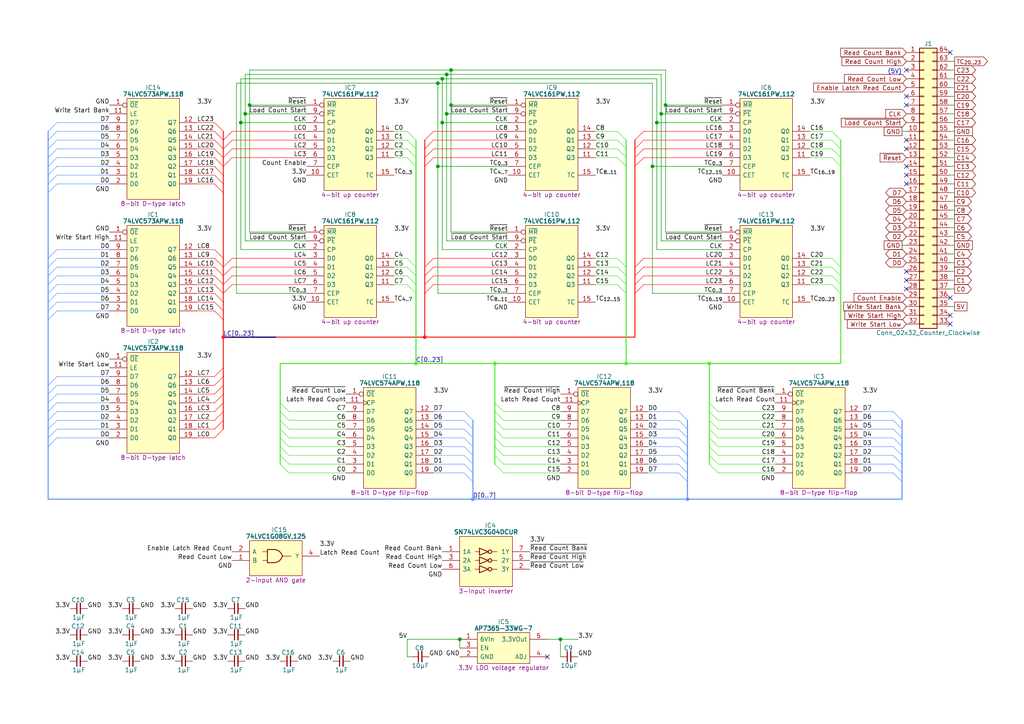
<source format=kicad_sch>
(kicad_sch (version 20231120) (generator "eeschema") (generator_version "8.0")
  (paper "A4")
  (title_block (title "24bit Counter with 8bit data IO") (date "2023-10-07") (rev "V0"))
  (junction (at 127 24.13))
  (junction (at 71.12 33.02))
  (junction (at 143.51 105.41) (color 74 233 43 1))
  (junction (at 64.77 97.79) (color 255 29 20 1))
  (junction (at 193.04 30.48))
  (junction (at 133.35 185.42))
  (junction (at 127 48.26))
  (junction (at 69.85 35.56))
  (junction (at 72.39 30.48))
  (junction (at 128.27 22.86))
  (junction (at 120.65 105.41) (color 74 233 43 1))
  (junction (at 205.74 105.41) (color 74 233 43 1))
  (junction (at 189.23 48.26))
  (junction (at 199.39 144.78) (color 94 150 255 1))
  (junction (at 181.61 105.41) (color 74 233 43 1))
  (junction (at 191.77 33.02))
  (junction (at 137.16 144.78) (color 94 150 255 1))
  (junction (at 190.5 35.56))
  (junction (at 128.27 35.56))
  (junction (at 130.81 20.32))
  (junction (at 162.56 185.42))
  (junction (at 129.54 21.59))
  (junction (at 129.54 33.02))
  (junction (at 123.19 97.79) (color 255 29 20 1))
  (junction (at 130.81 30.48))
  (no_connect (at 275.59 91.44))
  (no_connect (at 262.89 30.48))
  (no_connect (at 262.89 20.32))
  (no_connect (at 262.89 53.34))
  (no_connect (at 262.89 43.18))
  (no_connect (at 158.75 190.5))
  (no_connect (at 275.59 86.36))
  (no_connect (at 262.89 83.82))
  (no_connect (at 262.89 48.26))
  (no_connect (at 262.89 81.28))
  (no_connect (at 262.89 50.8))
  (no_connect (at 262.89 27.94))
  (no_connect (at 275.59 93.98))
  (no_connect (at 275.59 15.24))
  (no_connect (at 262.89 40.64))
  (no_connect (at 262.89 78.74))
  (bus_entry (at 186.69 38.1) (size -2.54 2.54) (stroke (width 0) (color 255 29 20 1)))
  (bus_entry (at 16.51 43.18) (size -2.54 2.54) (stroke (width 0) (color 94 150 255 1)))
  (bus_entry (at 146.05 134.62) (size -2.54 -2.54) (stroke (width 0) (color 74 233 43 1)))
  (bus_entry (at 179.07 74.93) (size 2.54 2.54) (stroke (width 0) (color 74 233 43 1)))
  (bus_entry (at 196.85 134.62) (size 2.54 2.54) (stroke (width 0) (color 94 150 255 1)))
  (bus_entry (at 62.23 85.09) (size 2.54 2.54) (stroke (width 0) (color 255 29 20 1)))
  (bus_entry (at 259.08 137.16) (size 2.54 2.54) (stroke (width 0) (color 94 150 255 1)))
  (bus_entry (at 259.08 124.46) (size 2.54 2.54) (stroke (width 0) (color 94 150 255 1)))
  (bus_entry (at 125.73 77.47) (size -2.54 2.54) (stroke (width 0) (color 255 29 20 1)))
  (bus_entry (at 196.85 137.16) (size 2.54 2.54) (stroke (width 0) (color 94 150 255 1)))
  (bus_entry (at 118.11 77.47) (size 2.54 2.54) (stroke (width 0) (color 74 233 43 1)))
  (bus_entry (at 134.62 137.16) (size 2.54 2.54) (stroke (width 0) (color 94 150 255 1)))
  (bus_entry (at 208.28 134.62) (size -2.54 -2.54) (stroke (width 0) (color 74 233 43 1)))
  (bus_entry (at 125.73 74.93) (size -2.54 2.54) (stroke (width 0) (color 255 29 20 1)))
  (bus_entry (at 16.51 74.93) (size -2.54 2.54) (stroke (width 0) (color 94 150 255 1)))
  (bus_entry (at 196.85 127) (size 2.54 2.54) (stroke (width 0) (color 94 150 255 1)))
  (bus_entry (at 16.51 116.84) (size -2.54 2.54) (stroke (width 0) (color 94 150 255 1)))
  (bus_entry (at 62.23 124.46) (size 2.54 -2.54) (stroke (width 0) (color 255 29 20 1)))
  (bus_entry (at 196.85 129.54) (size 2.54 2.54) (stroke (width 0) (color 94 150 255 1)))
  (bus_entry (at 67.31 74.93) (size -2.54 2.54) (stroke (width 0) (color 255 29 20 1)))
  (bus_entry (at 208.28 124.46) (size -2.54 -2.54) (stroke (width 0) (color 74 233 43 1)))
  (bus_entry (at 62.23 127) (size 2.54 -2.54) (stroke (width 0) (color 255 29 20 1)))
  (bus_entry (at 16.51 35.56) (size -2.54 2.54) (stroke (width 0) (color 94 150 255 1)))
  (bus_entry (at 62.23 116.84) (size 2.54 -2.54) (stroke (width 0) (color 255 29 20 1)))
  (bus_entry (at 16.51 53.34) (size -2.54 2.54) (stroke (width 0) (color 94 150 255 1)))
  (bus_entry (at 16.51 87.63) (size -2.54 2.54) (stroke (width 0) (color 94 150 255 1)))
  (bus_entry (at 16.51 127) (size -2.54 2.54) (stroke (width 0) (color 94 150 255 1)))
  (bus_entry (at 186.69 45.72) (size -2.54 2.54) (stroke (width 0) (color 255 29 20 1)))
  (bus_entry (at 179.07 82.55) (size 2.54 2.54) (stroke (width 0) (color 74 233 43 1)))
  (bus_entry (at 146.05 124.46) (size -2.54 -2.54) (stroke (width 0) (color 74 233 43 1)))
  (bus_entry (at 208.28 137.16) (size -2.54 -2.54) (stroke (width 0) (color 74 233 43 1)))
  (bus_entry (at 16.51 38.1) (size -2.54 2.54) (stroke (width 0) (color 94 150 255 1)))
  (bus_entry (at 186.69 74.93) (size -2.54 2.54) (stroke (width 0) (color 255 29 20 1)))
  (bus_entry (at 62.23 40.64) (size 2.54 2.54) (stroke (width 0) (color 255 29 20 1)))
  (bus_entry (at 16.51 72.39) (size -2.54 2.54) (stroke (width 0) (color 94 150 255 1)))
  (bus_entry (at 241.3 38.1) (size 2.54 2.54) (stroke (width 0) (color 74 233 43 1)))
  (bus_entry (at 196.85 132.08) (size 2.54 2.54) (stroke (width 0) (color 94 150 255 1)))
  (bus_entry (at 118.11 45.72) (size 2.54 2.54) (stroke (width 0) (color 74 233 43 1)))
  (bus_entry (at 146.05 132.08) (size -2.54 -2.54) (stroke (width 0) (color 74 233 43 1)))
  (bus_entry (at 208.28 119.38) (size -2.54 -2.54) (stroke (width 0) (color 74 233 43 1)))
  (bus_entry (at 67.31 43.18) (size -2.54 2.54) (stroke (width 0) (color 255 29 20 1)))
  (bus_entry (at 16.51 85.09) (size -2.54 2.54) (stroke (width 0) (color 94 150 255 1)))
  (bus_entry (at 186.69 40.64) (size -2.54 2.54) (stroke (width 0) (color 255 29 20 1)))
  (bus_entry (at 241.3 40.64) (size 2.54 2.54) (stroke (width 0) (color 74 233 43 1)))
  (bus_entry (at 62.23 50.8) (size 2.54 2.54) (stroke (width 0) (color 255 29 20 1)))
  (bus_entry (at 241.3 77.47) (size 2.54 2.54) (stroke (width 0) (color 74 233 43 1)))
  (bus_entry (at 118.11 80.01) (size 2.54 2.54) (stroke (width 0) (color 74 233 43 1)))
  (bus_entry (at 259.08 121.92) (size 2.54 2.54) (stroke (width 0) (color 94 150 255 1)))
  (bus_entry (at 62.23 80.01) (size 2.54 2.54) (stroke (width 0) (color 255 29 20 1)))
  (bus_entry (at 16.51 48.26) (size -2.54 2.54) (stroke (width 0) (color 94 150 255 1)))
  (bus_entry (at 118.11 82.55) (size 2.54 2.54) (stroke (width 0) (color 74 233 43 1)))
  (bus_entry (at 83.82 119.38) (size -2.54 -2.54) (stroke (width 0) (color 74 233 43 1)))
  (bus_entry (at 83.82 121.92) (size -2.54 -2.54) (stroke (width 0) (color 74 233 43 1)))
  (bus_entry (at 134.62 132.08) (size 2.54 2.54) (stroke (width 0) (color 94 150 255 1)))
  (bus_entry (at 118.11 43.18) (size 2.54 2.54) (stroke (width 0) (color 74 233 43 1)))
  (bus_entry (at 259.08 134.62) (size 2.54 2.54) (stroke (width 0) (color 94 150 255 1)))
  (bus_entry (at 16.51 114.3) (size -2.54 2.54) (stroke (width 0) (color 94 150 255 1)))
  (bus_entry (at 241.3 80.01) (size 2.54 2.54) (stroke (width 0) (color 74 233 43 1)))
  (bus_entry (at 208.28 132.08) (size -2.54 -2.54) (stroke (width 0) (color 74 233 43 1)))
  (bus_entry (at 259.08 127) (size 2.54 2.54) (stroke (width 0) (color 94 150 255 1)))
  (bus_entry (at 62.23 90.17) (size 2.54 2.54) (stroke (width 0) (color 255 29 20 1)))
  (bus_entry (at 179.07 40.64) (size 2.54 2.54) (stroke (width 0) (color 74 233 43 1)))
  (bus_entry (at 16.51 40.64) (size -2.54 2.54) (stroke (width 0) (color 94 150 255 1)))
  (bus_entry (at 134.62 134.62) (size 2.54 2.54) (stroke (width 0) (color 94 150 255 1)))
  (bus_entry (at 179.07 38.1) (size 2.54 2.54) (stroke (width 0) (color 74 233 43 1)))
  (bus_entry (at 62.23 53.34) (size 2.54 2.54) (stroke (width 0) (color 255 29 20 1)))
  (bus_entry (at 16.51 45.72) (size -2.54 2.54) (stroke (width 0) (color 94 150 255 1)))
  (bus_entry (at 16.51 80.01) (size -2.54 2.54) (stroke (width 0) (color 94 150 255 1)))
  (bus_entry (at 16.51 111.76) (size -2.54 2.54) (stroke (width 0) (color 94 150 255 1)))
  (bus_entry (at 241.3 82.55) (size 2.54 2.54) (stroke (width 0) (color 74 233 43 1)))
  (bus_entry (at 62.23 72.39) (size 2.54 2.54) (stroke (width 0) (color 255 29 20 1)))
  (bus_entry (at 259.08 119.38) (size 2.54 2.54) (stroke (width 0) (color 94 150 255 1)))
  (bus_entry (at 67.31 77.47) (size -2.54 2.54) (stroke (width 0) (color 255 29 20 1)))
  (bus_entry (at 16.51 119.38) (size -2.54 2.54) (stroke (width 0) (color 94 150 255 1)))
  (bus_entry (at 146.05 121.92) (size -2.54 -2.54) (stroke (width 0) (color 74 233 43 1)))
  (bus_entry (at 196.85 119.38) (size 2.54 2.54) (stroke (width 0) (color 94 150 255 1)))
  (bus_entry (at 125.73 38.1) (size -2.54 2.54) (stroke (width 0) (color 255 29 20 1)))
  (bus_entry (at 16.51 109.22) (size -2.54 2.54) (stroke (width 0) (color 94 150 255 1)))
  (bus_entry (at 62.23 74.93) (size 2.54 2.54) (stroke (width 0) (color 255 29 20 1)))
  (bus_entry (at 259.08 129.54) (size 2.54 2.54) (stroke (width 0) (color 94 150 255 1)))
  (bus_entry (at 118.11 38.1) (size 2.54 2.54) (stroke (width 0) (color 74 233 43 1)))
  (bus_entry (at 186.69 80.01) (size -2.54 2.54) (stroke (width 0) (color 255 29 20 1)))
  (bus_entry (at 83.82 129.54) (size -2.54 -2.54) (stroke (width 0) (color 74 233 43 1)))
  (bus_entry (at 134.62 119.38) (size 2.54 2.54) (stroke (width 0) (color 94 150 255 1)))
  (bus_entry (at 83.82 137.16) (size -2.54 -2.54) (stroke (width 0) (color 74 233 43 1)))
  (bus_entry (at 146.05 119.38) (size -2.54 -2.54) (stroke (width 0) (color 74 233 43 1)))
  (bus_entry (at 16.51 82.55) (size -2.54 2.54) (stroke (width 0) (color 94 150 255 1)))
  (bus_entry (at 67.31 80.01) (size -2.54 2.54) (stroke (width 0) (color 255 29 20 1)))
  (bus_entry (at 62.23 111.76) (size 2.54 -2.54) (stroke (width 0) (color 255 29 20 1)))
  (bus_entry (at 62.23 38.1) (size 2.54 2.54) (stroke (width 0) (color 255 29 20 1)))
  (bus_entry (at 62.23 82.55) (size 2.54 2.54) (stroke (width 0) (color 255 29 20 1)))
  (bus_entry (at 62.23 45.72) (size 2.54 2.54) (stroke (width 0) (color 255 29 20 1)))
  (bus_entry (at 208.28 121.92) (size -2.54 -2.54) (stroke (width 0) (color 74 233 43 1)))
  (bus_entry (at 125.73 45.72) (size -2.54 2.54) (stroke (width 0) (color 255 29 20 1)))
  (bus_entry (at 62.23 77.47) (size 2.54 2.54) (stroke (width 0) (color 255 29 20 1)))
  (bus_entry (at 67.31 45.72) (size -2.54 2.54) (stroke (width 0) (color 255 29 20 1)))
  (bus_entry (at 241.3 45.72) (size 2.54 2.54) (stroke (width 0) (color 74 233 43 1)))
  (bus_entry (at 16.51 121.92) (size -2.54 2.54) (stroke (width 0) (color 94 150 255 1)))
  (bus_entry (at 186.69 43.18) (size -2.54 2.54) (stroke (width 0) (color 255 29 20 1)))
  (bus_entry (at 125.73 40.64) (size -2.54 2.54) (stroke (width 0) (color 255 29 20 1)))
  (bus_entry (at 134.62 124.46) (size 2.54 2.54) (stroke (width 0) (color 94 150 255 1)))
  (bus_entry (at 67.31 82.55) (size -2.54 2.54) (stroke (width 0) (color 255 29 20 1)))
  (bus_entry (at 83.82 124.46) (size -2.54 -2.54) (stroke (width 0) (color 74 233 43 1)))
  (bus_entry (at 67.31 40.64) (size -2.54 2.54) (stroke (width 0) (color 255 29 20 1)))
  (bus_entry (at 134.62 129.54) (size 2.54 2.54) (stroke (width 0) (color 94 150 255 1)))
  (bus_entry (at 134.62 121.92) (size 2.54 2.54) (stroke (width 0) (color 94 150 255 1)))
  (bus_entry (at 62.23 87.63) (size 2.54 2.54) (stroke (width 0) (color 255 29 20 1)))
  (bus_entry (at 83.82 127) (size -2.54 -2.54) (stroke (width 0) (color 74 233 43 1)))
  (bus_entry (at 62.23 121.92) (size 2.54 -2.54) (stroke (width 0) (color 255 29 20 1)))
  (bus_entry (at 125.73 43.18) (size -2.54 2.54) (stroke (width 0) (color 255 29 20 1)))
  (bus_entry (at 125.73 82.55) (size -2.54 2.54) (stroke (width 0) (color 255 29 20 1)))
  (bus_entry (at 241.3 74.93) (size 2.54 2.54) (stroke (width 0) (color 74 233 43 1)))
  (bus_entry (at 118.11 40.64) (size 2.54 2.54) (stroke (width 0) (color 74 233 43 1)))
  (bus_entry (at 62.23 43.18) (size 2.54 2.54) (stroke (width 0) (color 255 29 20 1)))
  (bus_entry (at 179.07 80.01) (size 2.54 2.54) (stroke (width 0) (color 74 233 43 1)))
  (bus_entry (at 186.69 77.47) (size -2.54 2.54) (stroke (width 0) (color 255 29 20 1)))
  (bus_entry (at 146.05 127) (size -2.54 -2.54) (stroke (width 0) (color 74 233 43 1)))
  (bus_entry (at 125.73 80.01) (size -2.54 2.54) (stroke (width 0) (color 255 29 20 1)))
  (bus_entry (at 179.07 77.47) (size 2.54 2.54) (stroke (width 0) (color 74 233 43 1)))
  (bus_entry (at 16.51 124.46) (size -2.54 2.54) (stroke (width 0) (color 94 150 255 1)))
  (bus_entry (at 208.28 127) (size -2.54 -2.54) (stroke (width 0) (color 74 233 43 1)))
  (bus_entry (at 62.23 109.22) (size 2.54 -2.54) (stroke (width 0) (color 255 29 20 1)))
  (bus_entry (at 67.31 38.1) (size -2.54 2.54) (stroke (width 0) (color 255 29 20 1)))
  (bus_entry (at 83.82 134.62) (size -2.54 -2.54) (stroke (width 0) (color 74 233 43 1)))
  (bus_entry (at 16.51 50.8) (size -2.54 2.54) (stroke (width 0) (color 94 150 255 1)))
  (bus_entry (at 196.85 124.46) (size 2.54 2.54) (stroke (width 0) (color 94 150 255 1)))
  (bus_entry (at 146.05 137.16) (size -2.54 -2.54) (stroke (width 0) (color 74 233 43 1)))
  (bus_entry (at 241.3 43.18) (size 2.54 2.54) (stroke (width 0) (color 74 233 43 1)))
  (bus_entry (at 146.05 129.54) (size -2.54 -2.54) (stroke (width 0) (color 74 233 43 1)))
  (bus_entry (at 118.11 74.93) (size 2.54 2.54) (stroke (width 0) (color 74 233 43 1)))
  (bus_entry (at 62.23 35.56) (size 2.54 2.54) (stroke (width 0) (color 255 29 20 1)))
  (bus_entry (at 62.23 114.3) (size 2.54 -2.54) (stroke (width 0) (color 255 29 20 1)))
  (bus_entry (at 16.51 90.17) (size -2.54 2.54) (stroke (width 0) (color 94 150 255 1)))
  (bus_entry (at 179.07 45.72) (size 2.54 2.54) (stroke (width 0) (color 74 233 43 1)))
  (bus_entry (at 208.28 129.54) (size -2.54 -2.54) (stroke (width 0) (color 74 233 43 1)))
  (bus_entry (at 16.51 77.47) (size -2.54 2.54) (stroke (width 0) (color 94 150 255 1)))
  (bus_entry (at 83.82 132.08) (size -2.54 -2.54) (stroke (width 0) (color 74 233 43 1)))
  (bus_entry (at 179.07 43.18) (size 2.54 2.54) (stroke (width 0) (color 74 233 43 1)))
  (bus_entry (at 134.62 127) (size 2.54 2.54) (stroke (width 0) (color 94 150 255 1)))
  (bus_entry (at 259.08 132.08) (size 2.54 2.54) (stroke (width 0) (color 94 150 255 1)))
  (bus_entry (at 196.85 121.92) (size 2.54 2.54) (stroke (width 0) (color 94 150 255 1)))
  (bus_entry (at 62.23 119.38) (size 2.54 -2.54) (stroke (width 0) (color 255 29 20 1)))
  (bus_entry (at 186.69 82.55) (size -2.54 2.54) (stroke (width 0) (color 255 29 20 1)))
  (bus_entry (at 62.23 48.26) (size 2.54 2.54) (stroke (width 0) (color 255 29 20 1)))
  (wire (pts (xy 125.73 77.47) (xy 147.32 77.47)) (stroke (width 0) (color 255 29 20 1)))
  (wire (pts (xy 67.31 38.1) (xy 88.9 38.1)) (stroke (width 0) (color 255 29 20 1)))
  (wire (pts (xy 146.05 124.46) (xy 162.56 124.46)) (stroke (width 0) (color 74 233 43 1)))
  (bus (pts (xy 261.62 124.46) (xy 261.62 127)) (stroke (width 0) (color 94 150 255 1)))
  (wire (pts (xy 134.62 127) (xy 125.73 127)) (stroke (width 0) (color 94 150 255 1)))
  (bus (pts (xy 13.97 144.78) (xy 13.97 129.54)) (stroke (width 0) (color 94 150 255 1)))
  (bus (pts (xy 64.77 38.1) (xy 64.77 40.64)) (stroke (width 0) (color 255 29 20 1)))
  (wire (pts (xy 259.08 127) (xy 250.19 127)) (stroke (width 0) (color 94 150 255 1)))
  (wire (pts (xy 128.27 22.86) (xy 128.27 35.56)))
  (bus (pts (xy 243.84 40.64) (xy 243.84 43.18)) (stroke (width 0) (color 74 233 43 1)))
  (wire (pts (xy 186.69 38.1) (xy 209.55 38.1)) (stroke (width 0) (color 255 29 20 1)))
  (wire (pts (xy 16.51 50.8) (xy 31.75 50.8)) (stroke (width 0) (color 94 150 255 1)))
  (bus (pts (xy 181.61 80.01) (xy 181.61 82.55)) (stroke (width 0) (color 74 233 43 1)))
  (wire (pts (xy 276.86 63.5) (xy 275.59 63.5)))
  (bus (pts (xy 64.77 50.8) (xy 64.77 53.34)) (stroke (width 0) (color 255 29 20 1)))
  (wire (pts (xy 16.51 90.17) (xy 31.75 90.17)) (stroke (width 0) (color 94 150 255 1)))
  (wire (pts (xy 261.62 71.12) (xy 262.89 71.12)))
  (wire (pts (xy 134.62 119.38) (xy 125.73 119.38)) (stroke (width 0) (color 94 150 255 1)))
  (wire (pts (xy 186.69 45.72) (xy 209.55 45.72)) (stroke (width 0) (color 255 29 20 1)))
  (wire (pts (xy 83.82 127) (xy 100.33 127)) (stroke (width 0) (color 74 233 43 1)))
  (bus (pts (xy 13.97 87.63) (xy 13.97 90.17)) (stroke (width 0) (color 94 150 255 1)))
  (wire (pts (xy 62.23 124.46) (xy 57.15 124.46)) (stroke (width 0) (color 255 29 20 1)))
  (wire (pts (xy 276.86 71.12) (xy 275.59 71.12)))
  (wire (pts (xy 241.3 45.72) (xy 234.95 45.72)) (stroke (width 0) (color 74 233 43 1)))
  (wire (pts (xy 186.69 43.18) (xy 209.55 43.18)) (stroke (width 0) (color 255 29 20 1)))
  (bus (pts (xy 13.97 38.1) (xy 13.97 40.64)) (stroke (width 0) (color 94 150 255 1)))
  (wire (pts (xy 179.07 80.01) (xy 172.72 80.01)) (stroke (width 0) (color 74 233 43 1)))
  (wire (pts (xy 191.77 21.59) (xy 191.77 33.02)))
  (bus (pts (xy 137.16 132.08) (xy 137.16 134.62)) (stroke (width 0) (color 94 150 255 1)))
  (bus (pts (xy 184.15 97.79) (xy 184.15 85.09)) (stroke (width 0) (color 255 29 20 1)))
  (bus (pts (xy 64.77 80.01) (xy 64.77 82.55)) (stroke (width 0) (color 255 29 20 1)))
  (wire (pts (xy 67.31 45.72) (xy 88.9 45.72)) (stroke (width 0) (color 255 29 20 1)))
  (bus (pts (xy 181.61 40.64) (xy 181.61 43.18)) (stroke (width 0) (color 74 233 43 1)))
  (wire (pts (xy 125.73 43.18) (xy 147.32 43.18)) (stroke (width 0) (color 255 29 20 1)))
  (wire (pts (xy 241.3 38.1) (xy 234.95 38.1)) (stroke (width 0) (color 74 233 43 1)))
  (bus (pts (xy 205.74 127) (xy 205.74 124.46)) (stroke (width 0) (color 74 233 43 1)))
  (wire (pts (xy 71.12 33.02) (xy 88.9 33.02)))
  (wire (pts (xy 83.82 132.08) (xy 100.33 132.08)) (stroke (width 0) (color 74 233 43 1)))
  (bus (pts (xy 64.77 97.79) (xy 64.77 106.68)) (stroke (width 0) (color 255 29 20 1)))
  (wire (pts (xy 69.85 35.56) (xy 88.9 35.56)))
  (wire (pts (xy 276.86 78.74) (xy 275.59 78.74)))
  (bus (pts (xy 81.28 134.62) (xy 81.28 132.08)) (stroke (width 0) (color 74 233 43 1)))
  (bus (pts (xy 13.97 50.8) (xy 13.97 53.34)) (stroke (width 0) (color 94 150 255 1)))
  (wire (pts (xy 196.85 119.38) (xy 187.96 119.38)) (stroke (width 0) (color 94 150 255 1)))
  (wire (pts (xy 162.56 190.5) (xy 162.56 185.42)))
  (wire (pts (xy 67.31 82.55) (xy 88.9 82.55)) (stroke (width 0) (color 255 29 20 1)))
  (bus (pts (xy 13.97 82.55) (xy 13.97 85.09)) (stroke (width 0) (color 94 150 255 1)))
  (bus (pts (xy 13.97 45.72) (xy 13.97 48.26)) (stroke (width 0) (color 94 150 255 1)))
  (bus (pts (xy 120.65 77.47) (xy 120.65 80.01)) (stroke (width 0) (color 74 233 43 1)))
  (bus (pts (xy 120.65 40.64) (xy 120.65 43.18)) (stroke (width 0) (color 74 233 43 1)))
  (wire (pts (xy 118.11 40.64) (xy 114.3 40.64)) (stroke (width 0) (color 74 233 43 1)))
  (bus (pts (xy 64.77 43.18) (xy 64.77 45.72)) (stroke (width 0) (color 255 29 20 1)))
  (wire (pts (xy 16.51 119.38) (xy 31.75 119.38)) (stroke (width 0) (color 94 150 255 1)))
  (wire (pts (xy 189.23 48.26) (xy 209.55 48.26)))
  (bus (pts (xy 13.97 116.84) (xy 13.97 119.38)) (stroke (width 0) (color 94 150 255 1)))
  (wire (pts (xy 67.31 43.18) (xy 88.9 43.18)) (stroke (width 0) (color 255 29 20 1)))
  (bus (pts (xy 181.61 105.41) (xy 205.74 105.41)) (stroke (width 0) (color 74 233 43 1)))
  (wire (pts (xy 186.69 80.01) (xy 209.55 80.01)) (stroke (width 0) (color 255 29 20 1)))
  (wire (pts (xy 16.51 109.22) (xy 31.75 109.22)) (stroke (width 0) (color 94 150 255 1)))
  (bus (pts (xy 137.16 124.46) (xy 137.16 127)) (stroke (width 0) (color 94 150 255 1)))
  (wire (pts (xy 62.23 38.1) (xy 57.15 38.1)) (stroke (width 0) (color 255 29 20 1)))
  (bus (pts (xy 120.65 48.26) (xy 120.65 77.47)) (stroke (width 0) (color 74 233 43 1)))
  (wire (pts (xy 191.77 33.02) (xy 191.77 69.85)))
  (bus (pts (xy 143.51 129.54) (xy 143.51 127)) (stroke (width 0) (color 74 233 43 1)))
  (bus (pts (xy 64.77 87.63) (xy 64.77 90.17)) (stroke (width 0) (color 255 29 20 1)))
  (wire (pts (xy 134.62 129.54) (xy 125.73 129.54)) (stroke (width 0) (color 94 150 255 1)))
  (bus (pts (xy 81.28 129.54) (xy 81.28 127)) (stroke (width 0) (color 74 233 43 1)))
  (bus (pts (xy 205.74 129.54) (xy 205.74 127)) (stroke (width 0) (color 74 233 43 1)))
  (wire (pts (xy 179.07 77.47) (xy 172.72 77.47)) (stroke (width 0) (color 74 233 43 1)))
  (wire (pts (xy 276.86 81.28) (xy 275.59 81.28)))
  (bus (pts (xy 13.97 80.01) (xy 13.97 82.55)) (stroke (width 0) (color 94 150 255 1)))
  (bus (pts (xy 181.61 45.72) (xy 181.61 48.26)) (stroke (width 0) (color 74 233 43 1)))
  (wire (pts (xy 72.39 30.48) (xy 88.9 30.48)))
  (wire (pts (xy 16.51 111.76) (xy 31.75 111.76)) (stroke (width 0) (color 94 150 255 1)))
  (bus (pts (xy 261.62 132.08) (xy 261.62 134.62)) (stroke (width 0) (color 94 150 255 1)))
  (wire (pts (xy 276.86 25.4) (xy 275.59 25.4)))
  (bus (pts (xy 120.65 80.01) (xy 120.65 82.55)) (stroke (width 0) (color 74 233 43 1)))
  (bus (pts (xy 205.74 132.08) (xy 205.74 129.54)) (stroke (width 0) (color 74 233 43 1)))
  (bus (pts (xy 13.97 43.18) (xy 13.97 45.72)) (stroke (width 0) (color 94 150 255 1)))
  (bus (pts (xy 243.84 43.18) (xy 243.84 45.72)) (stroke (width 0) (color 74 233 43 1)))
  (wire (pts (xy 276.86 33.02) (xy 275.59 33.02)))
  (wire (pts (xy 179.07 40.64) (xy 172.72 40.64)) (stroke (width 0) (color 74 233 43 1)))
  (wire (pts (xy 68.58 24.13) (xy 68.58 85.09)))
  (wire (pts (xy 125.73 40.64) (xy 147.32 40.64)) (stroke (width 0) (color 255 29 20 1)))
  (bus (pts (xy 261.62 121.92) (xy 261.62 124.46)) (stroke (width 0) (color 94 150 255 1)))
  (wire (pts (xy 276.86 22.86) (xy 275.59 22.86)))
  (wire (pts (xy 62.23 53.34) (xy 57.15 53.34)) (stroke (width 0) (color 255 29 20 1)))
  (bus (pts (xy 123.19 80.01) (xy 123.19 82.55)) (stroke (width 0) (color 255 29 20 1)))
  (bus (pts (xy 81.28 119.38) (xy 81.28 116.84)) (stroke (width 0) (color 74 233 43 1)))
  (wire (pts (xy 62.23 45.72) (xy 57.15 45.72)) (stroke (width 0) (color 255 29 20 1)))
  (wire (pts (xy 67.31 40.64) (xy 88.9 40.64)) (stroke (width 0) (color 255 29 20 1)))
  (bus (pts (xy 123.19 43.18) (xy 123.19 45.72)) (stroke (width 0) (color 255 29 20 1)))
  (bus (pts (xy 137.16 144.78) (xy 13.97 144.78)) (stroke (width 0) (color 94 150 255 1)))
  (wire (pts (xy 276.86 50.8) (xy 275.59 50.8)))
  (bus (pts (xy 120.65 82.55) (xy 120.65 85.09)) (stroke (width 0) (color 74 233 43 1)))
  (wire (pts (xy 276.86 20.32) (xy 275.59 20.32)))
  (bus (pts (xy 120.65 85.09) (xy 120.65 105.41)) (stroke (width 0) (color 74 233 43 1)))
  (wire (pts (xy 69.85 22.86) (xy 128.27 22.86)))
  (bus (pts (xy 13.97 55.88) (xy 13.97 74.93)) (stroke (width 0) (color 94 150 255 1)))
  (bus (pts (xy 137.16 134.62) (xy 137.16 137.16)) (stroke (width 0) (color 94 150 255 1)))
  (wire (pts (xy 16.51 121.92) (xy 31.75 121.92)) (stroke (width 0) (color 94 150 255 1)))
  (wire (pts (xy 88.9 67.31) (xy 72.39 67.31)))
  (bus (pts (xy 64.77 124.46) (xy 64.77 121.92)) (stroke (width 0) (color 255 29 20 1)))
  (wire (pts (xy 193.04 67.31) (xy 193.04 30.48)))
  (wire (pts (xy 241.3 43.18) (xy 234.95 43.18)) (stroke (width 0) (color 74 233 43 1)))
  (wire (pts (xy 146.05 119.38) (xy 162.56 119.38)) (stroke (width 0) (color 74 233 43 1)))
  (wire (pts (xy 276.86 73.66) (xy 275.59 73.66)))
  (bus (pts (xy 64.77 53.34) (xy 64.77 55.88)) (stroke (width 0) (color 255 29 20 1)))
  (wire (pts (xy 16.51 82.55) (xy 31.75 82.55)) (stroke (width 0) (color 94 150 255 1)))
  (wire (pts (xy 189.23 85.09) (xy 189.23 48.26)))
  (wire (pts (xy 83.82 137.16) (xy 100.33 137.16)) (stroke (width 0) (color 74 233 43 1)))
  (bus (pts (xy 184.15 45.72) (xy 184.15 48.26)) (stroke (width 0) (color 255 29 20 1)))
  (wire (pts (xy 118.11 43.18) (xy 114.3 43.18)) (stroke (width 0) (color 74 233 43 1)))
  (bus (pts (xy 13.97 53.34) (xy 13.97 55.88)) (stroke (width 0) (color 94 150 255 1)))
  (wire (pts (xy 118.11 185.42) (xy 133.35 185.42)))
  (wire (pts (xy 276.86 68.58) (xy 275.59 68.58)))
  (bus (pts (xy 13.97 111.76) (xy 13.97 114.3)) (stroke (width 0) (color 94 150 255 1)))
  (wire (pts (xy 241.3 77.47) (xy 234.95 77.47)) (stroke (width 0) (color 74 233 43 1)))
  (wire (pts (xy 193.04 30.48) (xy 209.55 30.48)))
  (wire (pts (xy 186.69 74.93) (xy 209.55 74.93)) (stroke (width 0) (color 255 29 20 1)))
  (wire (pts (xy 276.86 48.26) (xy 275.59 48.26)))
  (wire (pts (xy 276.86 27.94) (xy 275.59 27.94)))
  (bus (pts (xy 199.39 127) (xy 199.39 129.54)) (stroke (width 0) (color 94 150 255 1)))
  (bus (pts (xy 184.15 82.55) (xy 184.15 85.09)) (stroke (width 0) (color 255 29 20 1)))
  (wire (pts (xy 276.86 40.64) (xy 275.59 40.64)))
  (bus (pts (xy 13.97 114.3) (xy 13.97 116.84)) (stroke (width 0) (color 94 150 255 1)))
  (wire (pts (xy 129.54 69.85) (xy 147.32 69.85)))
  (wire (pts (xy 127 48.26) (xy 147.32 48.26)))
  (wire (pts (xy 196.85 129.54) (xy 187.96 129.54)) (stroke (width 0) (color 94 150 255 1)))
  (bus (pts (xy 13.97 92.71) (xy 13.97 111.76)) (stroke (width 0) (color 94 150 255 1)))
  (wire (pts (xy 127 85.09) (xy 127 48.26)))
  (bus (pts (xy 261.62 137.16) (xy 261.62 139.7)) (stroke (width 0) (color 94 150 255 1)))
  (wire (pts (xy 179.07 43.18) (xy 172.72 43.18)) (stroke (width 0) (color 74 233 43 1)))
  (wire (pts (xy 62.23 72.39) (xy 57.15 72.39)) (stroke (width 0) (color 255 29 20 1)))
  (wire (pts (xy 16.51 124.46) (xy 31.75 124.46)) (stroke (width 0) (color 94 150 255 1)))
  (wire (pts (xy 128.27 72.39) (xy 128.27 35.56)))
  (wire (pts (xy 62.23 119.38) (xy 57.15 119.38)) (stroke (width 0) (color 255 29 20 1)))
  (wire (pts (xy 16.51 72.39) (xy 31.75 72.39)) (stroke (width 0) (color 94 150 255 1)))
  (bus (pts (xy 137.16 139.7) (xy 137.16 144.78)) (stroke (width 0) (color 94 150 255 1)))
  (wire (pts (xy 83.82 134.62) (xy 100.33 134.62)) (stroke (width 0) (color 74 233 43 1)))
  (wire (pts (xy 16.51 77.47) (xy 31.75 77.47)) (stroke (width 0) (color 94 150 255 1)))
  (wire (pts (xy 189.23 24.13) (xy 189.23 48.26)))
  (wire (pts (xy 71.12 33.02) (xy 71.12 21.59)))
  (wire (pts (xy 146.05 129.54) (xy 162.56 129.54)) (stroke (width 0) (color 74 233 43 1)))
  (bus (pts (xy 123.19 40.64) (xy 123.19 43.18)) (stroke (width 0) (color 255 29 20 1)))
  (bus (pts (xy 13.97 74.93) (xy 13.97 77.47)) (stroke (width 0) (color 94 150 255 1)))
  (bus (pts (xy 13.97 48.26) (xy 13.97 50.8)) (stroke (width 0) (color 94 150 255 1)))
  (wire (pts (xy 208.28 134.62) (xy 224.79 134.62)) (stroke (width 0) (color 74 233 43 1)))
  (bus (pts (xy 199.39 137.16) (xy 199.39 139.7)) (stroke (width 0) (color 94 150 255 1)))
  (wire (pts (xy 259.08 137.16) (xy 250.19 137.16)) (stroke (width 0) (color 94 150 255 1)))
  (bus (pts (xy 13.97 127) (xy 13.97 129.54)) (stroke (width 0) (color 94 150 255 1)))
  (wire (pts (xy 133.35 185.42) (xy 133.35 187.96)))
  (bus (pts (xy 205.74 121.92) (xy 205.74 119.38)) (stroke (width 0) (color 74 233 43 1)))
  (wire (pts (xy 276.86 35.56) (xy 275.59 35.56)))
  (wire (pts (xy 67.31 74.93) (xy 88.9 74.93)) (stroke (width 0) (color 255 29 20 1)))
  (wire (pts (xy 16.51 48.26) (xy 31.75 48.26)) (stroke (width 0) (color 94 150 255 1)))
  (bus (pts (xy 199.39 134.62) (xy 199.39 137.16)) (stroke (width 0) (color 94 150 255 1)))
  (bus (pts (xy 123.19 97.79) (xy 184.15 97.79)) (stroke (width 0) (color 255 29 20 1)))
  (bus (pts (xy 123.19 82.55) (xy 123.19 85.09)) (stroke (width 0) (color 255 29 20 1)))
  (wire (pts (xy 118.11 77.47) (xy 114.3 77.47)) (stroke (width 0) (color 74 233 43 1)))
  (bus (pts (xy 81.28 124.46) (xy 81.28 121.92)) (stroke (width 0) (color 74 233 43 1)))
  (wire (pts (xy 62.23 77.47) (xy 57.15 77.47)) (stroke (width 0) (color 255 29 20 1)))
  (bus (pts (xy 13.97 121.92) (xy 13.97 124.46)) (stroke (width 0) (color 94 150 255 1)))
  (bus (pts (xy 205.74 105.41) (xy 243.84 105.41)) (stroke (width 0) (color 74 233 43 1)))
  (wire (pts (xy 241.3 80.01) (xy 234.95 80.01)) (stroke (width 0) (color 74 233 43 1)))
  (wire (pts (xy 134.62 137.16) (xy 125.73 137.16)) (stroke (width 0) (color 94 150 255 1)))
  (wire (pts (xy 208.28 127) (xy 224.79 127)) (stroke (width 0) (color 74 233 43 1)))
  (wire (pts (xy 259.08 119.38) (xy 250.19 119.38)) (stroke (width 0) (color 94 150 255 1)))
  (wire (pts (xy 128.27 22.86) (xy 190.5 22.86)))
  (bus (pts (xy 81.28 127) (xy 81.28 124.46)) (stroke (width 0) (color 74 233 43 1)))
  (wire (pts (xy 129.54 21.59) (xy 129.54 33.02)))
  (bus (pts (xy 199.39 144.78) (xy 199.39 139.7)) (stroke (width 0) (color 94 150 255 1)))
  (bus (pts (xy 123.19 97.79) (xy 123.19 85.09)) (stroke (width 0) (color 255 29 20 1)))
  (bus (pts (xy 13.97 90.17) (xy 13.97 92.71)) (stroke (width 0) (color 94 150 255 1)))
  (wire (pts (xy 72.39 20.32) (xy 130.81 20.32)))
  (wire (pts (xy 186.69 77.47) (xy 209.55 77.47)) (stroke (width 0) (color 255 29 20 1)))
  (bus (pts (xy 120.65 105.41) (xy 143.51 105.41)) (stroke (width 0) (color 74 233 43 1)))
  (wire (pts (xy 146.05 121.92) (xy 162.56 121.92)) (stroke (width 0) (color 74 233 43 1)))
  (wire (pts (xy 276.86 45.72) (xy 275.59 45.72)))
  (wire (pts (xy 259.08 129.54) (xy 250.19 129.54)) (stroke (width 0) (color 94 150 255 1)))
  (bus (pts (xy 123.19 45.72) (xy 123.19 48.26)) (stroke (width 0) (color 255 29 20 1)))
  (wire (pts (xy 196.85 124.46) (xy 187.96 124.46)) (stroke (width 0) (color 94 150 255 1)))
  (bus (pts (xy 243.84 48.26) (xy 243.84 77.47)) (stroke (width 0) (color 74 233 43 1)))
  (bus (pts (xy 199.39 124.46) (xy 199.39 127)) (stroke (width 0) (color 94 150 255 1)))
  (wire (pts (xy 67.31 77.47) (xy 88.9 77.47)) (stroke (width 0) (color 255 29 20 1)))
  (wire (pts (xy 208.28 137.16) (xy 224.79 137.16)) (stroke (width 0) (color 74 233 43 1)))
  (bus (pts (xy 64.77 119.38) (xy 64.77 116.84)) (stroke (width 0) (color 255 29 20 1)))
  (wire (pts (xy 196.85 127) (xy 187.96 127)) (stroke (width 0) (color 94 150 255 1)))
  (wire (pts (xy 16.51 53.34) (xy 31.75 53.34)) (stroke (width 0) (color 94 150 255 1)))
  (wire (pts (xy 134.62 121.92) (xy 125.73 121.92)) (stroke (width 0) (color 94 150 255 1)))
  (wire (pts (xy 134.62 132.08) (xy 125.73 132.08)) (stroke (width 0) (color 94 150 255 1)))
  (wire (pts (xy 125.73 38.1) (xy 147.32 38.1)) (stroke (width 0) (color 255 29 20 1)))
  (bus (pts (xy 243.84 85.09) (xy 243.84 105.41)) (stroke (width 0) (color 74 233 43 1)))
  (wire (pts (xy 179.07 74.93) (xy 172.72 74.93)) (stroke (width 0) (color 74 233 43 1)))
  (wire (pts (xy 191.77 69.85) (xy 209.55 69.85)))
  (bus (pts (xy 181.61 77.47) (xy 181.61 80.01)) (stroke (width 0) (color 74 233 43 1)))
  (bus (pts (xy 64.77 111.76) (xy 64.77 109.22)) (stroke (width 0) (color 255 29 20 1)))
  (wire (pts (xy 62.23 90.17) (xy 57.15 90.17)) (stroke (width 0) (color 255 29 20 1)))
  (wire (pts (xy 276.86 58.42) (xy 275.59 58.42)))
  (wire (pts (xy 62.23 40.64) (xy 57.15 40.64)) (stroke (width 0) (color 255 29 20 1)))
  (wire (pts (xy 125.73 80.01) (xy 147.32 80.01)) (stroke (width 0) (color 255 29 20 1)))
  (wire (pts (xy 134.62 134.62) (xy 125.73 134.62)) (stroke (width 0) (color 94 150 255 1)))
  (wire (pts (xy 186.69 82.55) (xy 209.55 82.55)) (stroke (width 0) (color 255 29 20 1)))
  (bus (pts (xy 64.77 121.92) (xy 64.77 119.38)) (stroke (width 0) (color 255 29 20 1)))
  (bus (pts (xy 123.19 77.47) (xy 123.19 80.01)) (stroke (width 0) (color 255 29 20 1)))
  (wire (pts (xy 196.85 121.92) (xy 187.96 121.92)) (stroke (width 0) (color 94 150 255 1)))
  (bus (pts (xy 199.39 121.92) (xy 199.39 124.46)) (stroke (width 0) (color 94 150 255 1)))
  (wire (pts (xy 190.5 22.86) (xy 190.5 35.56)))
  (bus (pts (xy 64.77 114.3) (xy 64.77 111.76)) (stroke (width 0) (color 255 29 20 1)))
  (wire (pts (xy 208.28 124.46) (xy 224.79 124.46)) (stroke (width 0) (color 74 233 43 1)))
  (wire (pts (xy 83.82 124.46) (xy 100.33 124.46)) (stroke (width 0) (color 74 233 43 1)))
  (bus (pts (xy 143.51 105.41) (xy 143.51 116.84)) (stroke (width 0) (color 74 233 43 1)))
  (bus (pts (xy 205.74 134.62) (xy 205.74 132.08)) (stroke (width 0) (color 74 233 43 1)))
  (bus (pts (xy 81.28 132.08) (xy 81.28 129.54)) (stroke (width 0) (color 74 233 43 1)))
  (bus (pts (xy 64.77 77.47) (xy 64.77 80.01)) (stroke (width 0) (color 255 29 20 1)))
  (wire (pts (xy 71.12 69.85) (xy 71.12 33.02)))
  (wire (pts (xy 128.27 35.56) (xy 147.32 35.56)))
  (wire (pts (xy 196.85 134.62) (xy 187.96 134.62)) (stroke (width 0) (color 94 150 255 1)))
  (wire (pts (xy 62.23 116.84) (xy 57.15 116.84)) (stroke (width 0) (color 255 29 20 1)))
  (wire (pts (xy 129.54 33.02) (xy 147.32 33.02)))
  (bus (pts (xy 13.97 119.38) (xy 13.97 121.92)) (stroke (width 0) (color 94 150 255 1)))
  (bus (pts (xy 81.28 121.92) (xy 81.28 119.38)) (stroke (width 0) (color 74 233 43 1)))
  (bus (pts (xy 243.84 45.72) (xy 243.84 48.26)) (stroke (width 0) (color 74 233 43 1)))
  (wire (pts (xy 193.04 20.32) (xy 130.81 20.32)))
  (wire (pts (xy 62.23 109.22) (xy 57.15 109.22)) (stroke (width 0) (color 255 29 20 1)))
  (bus (pts (xy 143.51 127) (xy 143.51 124.46)) (stroke (width 0) (color 74 233 43 1)))
  (wire (pts (xy 190.5 35.56) (xy 190.5 72.39)))
  (wire (pts (xy 259.08 124.46) (xy 250.19 124.46)) (stroke (width 0) (color 94 150 255 1)))
  (wire (pts (xy 118.11 80.01) (xy 114.3 80.01)) (stroke (width 0) (color 74 233 43 1)))
  (bus (pts (xy 81.28 116.84) (xy 81.28 105.41)) (stroke (width 0) (color 74 233 43 1)))
  (wire (pts (xy 71.12 69.85) (xy 88.9 69.85)))
  (wire (pts (xy 208.28 119.38) (xy 224.79 119.38)) (stroke (width 0) (color 74 233 43 1)))
  (wire (pts (xy 16.51 116.84) (xy 31.75 116.84)) (stroke (width 0) (color 94 150 255 1)))
  (bus (pts (xy 13.97 77.47) (xy 13.97 80.01)) (stroke (width 0) (color 94 150 255 1)))
  (bus (pts (xy 143.51 121.92) (xy 143.51 119.38)) (stroke (width 0) (color 74 233 43 1)))
  (bus (pts (xy 261.62 129.54) (xy 261.62 132.08)) (stroke (width 0) (color 94 150 255 1)))
  (wire (pts (xy 128.27 72.39) (xy 147.32 72.39)))
  (bus (pts (xy 143.51 105.41) (xy 181.61 105.41)) (stroke (width 0) (color 74 233 43 1)))
  (wire (pts (xy 69.85 72.39) (xy 69.85 35.56)))
  (wire (pts (xy 190.5 72.39) (xy 209.55 72.39)))
  (wire (pts (xy 276.86 38.1) (xy 275.59 38.1)))
  (wire (pts (xy 276.86 76.2) (xy 275.59 76.2)))
  (wire (pts (xy 209.55 67.31) (xy 193.04 67.31)))
  (wire (pts (xy 146.05 137.16) (xy 162.56 137.16)) (stroke (width 0) (color 74 233 43 1)))
  (bus (pts (xy 199.39 129.54) (xy 199.39 132.08)) (stroke (width 0) (color 94 150 255 1)))
  (wire (pts (xy 158.75 185.42) (xy 162.56 185.42)))
  (wire (pts (xy 276.86 88.9) (xy 275.59 88.9)))
  (wire (pts (xy 62.23 85.09) (xy 57.15 85.09)) (stroke (width 0) (color 255 29 20 1)))
  (wire (pts (xy 127 24.13) (xy 189.23 24.13)))
  (bus (pts (xy 64.77 45.72) (xy 64.77 48.26)) (stroke (width 0) (color 255 29 20 1)))
  (bus (pts (xy 261.62 144.78) (xy 199.39 144.78)) (stroke (width 0) (color 94 150 255 1)))
  (bus (pts (xy 81.28 105.41) (xy 120.65 105.41)) (stroke (width 0) (color 74 233 43 1)))
  (bus (pts (xy 13.97 40.64) (xy 13.97 43.18)) (stroke (width 0) (color 94 150 255 1)))
  (wire (pts (xy 276.86 66.04) (xy 275.59 66.04)))
  (wire (pts (xy 16.51 80.01) (xy 31.75 80.01)) (stroke (width 0) (color 94 150 255 1)))
  (wire (pts (xy 276.86 55.88) (xy 275.59 55.88)))
  (bus (pts (xy 137.16 137.16) (xy 137.16 139.7)) (stroke (width 0) (color 94 150 255 1)))
  (wire (pts (xy 191.77 33.02) (xy 209.55 33.02)))
  (wire (pts (xy 62.23 121.92) (xy 57.15 121.92)) (stroke (width 0) (color 255 29 20 1)))
  (bus (pts (xy 243.84 82.55) (xy 243.84 85.09)) (stroke (width 0) (color 74 233 43 1)))
  (wire (pts (xy 186.69 40.64) (xy 209.55 40.64)) (stroke (width 0) (color 255 29 20 1)))
  (bus (pts (xy 184.15 40.64) (xy 184.15 43.18)) (stroke (width 0) (color 255 29 20 1)))
  (wire (pts (xy 69.85 35.56) (xy 69.85 22.86)))
  (wire (pts (xy 129.54 69.85) (xy 129.54 33.02)))
  (bus (pts (xy 120.65 43.18) (xy 120.65 45.72)) (stroke (width 0) (color 74 233 43 1)))
  (wire (pts (xy 130.81 67.31) (xy 130.81 30.48)))
  (bus (pts (xy 64.77 92.71) (xy 64.77 97.79)) (stroke (width 0) (color 255 29 20 1)))
  (wire (pts (xy 83.82 119.38) (xy 100.33 119.38)) (stroke (width 0) (color 74 233 43 1)))
  (bus (pts (xy 205.74 124.46) (xy 205.74 121.92)) (stroke (width 0) (color 74 233 43 1)))
  (wire (pts (xy 276.86 17.78) (xy 275.59 17.78)))
  (bus (pts (xy 64.77 97.79) (xy 123.19 97.79)) (stroke (width 0) (color 255 29 20 1)))
  (bus (pts (xy 261.62 134.62) (xy 261.62 137.16)) (stroke (width 0) (color 94 150 255 1)))
  (wire (pts (xy 16.51 85.09) (xy 31.75 85.09)) (stroke (width 0) (color 94 150 255 1)))
  (wire (pts (xy 125.73 74.93) (xy 147.32 74.93)) (stroke (width 0) (color 255 29 20 1)))
  (wire (pts (xy 72.39 30.48) (xy 72.39 20.32)))
  (wire (pts (xy 83.82 129.54) (xy 100.33 129.54)) (stroke (width 0) (color 74 233 43 1)))
  (bus (pts (xy 143.51 116.84) (xy 143.51 119.38)) (stroke (width 0) (color 74 233 43 1)))
  (bus (pts (xy 181.61 82.55) (xy 181.61 85.09)) (stroke (width 0) (color 74 233 43 1)))
  (wire (pts (xy 16.51 43.18) (xy 31.75 43.18)) (stroke (width 0) (color 94 150 255 1)))
  (wire (pts (xy 72.39 67.31) (xy 72.39 30.48)))
  (bus (pts (xy 261.62 127) (xy 261.62 129.54)) (stroke (width 0) (color 94 150 255 1)))
  (wire (pts (xy 146.05 134.62) (xy 162.56 134.62)) (stroke (width 0) (color 74 233 43 1)))
  (wire (pts (xy 130.81 20.32) (xy 130.81 30.48)))
  (wire (pts (xy 62.23 43.18) (xy 57.15 43.18)) (stroke (width 0) (color 255 29 20 1)))
  (wire (pts (xy 276.86 43.18) (xy 275.59 43.18)))
  (bus (pts (xy 64.77 40.64) (xy 64.77 43.18)) (stroke (width 0) (color 255 29 20 1)))
  (wire (pts (xy 276.86 83.82) (xy 275.59 83.82)))
  (wire (pts (xy 62.23 74.93) (xy 57.15 74.93)) (stroke (width 0) (color 255 29 20 1)))
  (wire (pts (xy 147.32 85.09) (xy 127 85.09)))
  (wire (pts (xy 276.86 53.34) (xy 275.59 53.34)))
  (wire (pts (xy 62.23 114.3) (xy 57.15 114.3)) (stroke (width 0) (color 255 29 20 1)))
  (bus (pts (xy 205.74 105.41) (xy 205.74 116.84)) (stroke (width 0) (color 74 233 43 1)))
  (wire (pts (xy 208.28 121.92) (xy 224.79 121.92)) (stroke (width 0) (color 74 233 43 1)))
  (wire (pts (xy 62.23 87.63) (xy 57.15 87.63)) (stroke (width 0) (color 255 29 20 1)))
  (wire (pts (xy 118.11 185.42) (xy 118.11 190.5)))
  (bus (pts (xy 184.15 77.47) (xy 184.15 80.01)) (stroke (width 0) (color 255 29 20 1)))
  (bus (pts (xy 143.51 134.62) (xy 143.51 132.08)) (stroke (width 0) (color 74 233 43 1)))
  (bus (pts (xy 243.84 77.47) (xy 243.84 80.01)) (stroke (width 0) (color 74 233 43 1)))
  (bus (pts (xy 13.97 85.09) (xy 13.97 87.63)) (stroke (width 0) (color 94 150 255 1)))
  (bus (pts (xy 64.77 85.09) (xy 64.77 87.63)) (stroke (width 0) (color 255 29 20 1)))
  (wire (pts (xy 259.08 134.62) (xy 250.19 134.62)) (stroke (width 0) (color 94 150 255 1)))
  (wire (pts (xy 147.32 67.31) (xy 130.81 67.31)))
  (bus (pts (xy 137.16 121.92) (xy 137.16 124.46)) (stroke (width 0) (color 94 150 255 1)))
  (wire (pts (xy 146.05 127) (xy 162.56 127)) (stroke (width 0) (color 74 233 43 1)))
  (wire (pts (xy 83.82 121.92) (xy 100.33 121.92)) (stroke (width 0) (color 74 233 43 1)))
  (bus (pts (xy 123.19 77.47) (xy 123.19 48.26)) (stroke (width 0) (color 255 29 20 1)))
  (wire (pts (xy 62.23 82.55) (xy 57.15 82.55)) (stroke (width 0) (color 255 29 20 1)))
  (wire (pts (xy 193.04 30.48) (xy 193.04 20.32)))
  (wire (pts (xy 127 24.13) (xy 127 48.26)))
  (wire (pts (xy 16.51 114.3) (xy 31.75 114.3)) (stroke (width 0) (color 94 150 255 1)))
  (bus (pts (xy 64.77 74.93) (xy 64.77 77.47)) (stroke (width 0) (color 255 29 20 1)))
  (bus (pts (xy 184.15 77.47) (xy 184.15 48.26)) (stroke (width 0) (color 255 29 20 1)))
  (bus (pts (xy 137.16 129.54) (xy 137.16 132.08)) (stroke (width 0) (color 94 150 255 1)))
  (wire (pts (xy 129.54 21.59) (xy 191.77 21.59)))
  (wire (pts (xy 68.58 24.13) (xy 127 24.13)))
  (wire (pts (xy 62.23 111.76) (xy 57.15 111.76)) (stroke (width 0) (color 255 29 20 1)))
  (bus (pts (xy 64.77 90.17) (xy 64.77 92.71)) (stroke (width 0) (color 255 29 20 1)))
  (bus (pts (xy 64.77 82.55) (xy 64.77 85.09)) (stroke (width 0) (color 255 29 20 1)))
  (wire (pts (xy 62.23 80.01) (xy 57.15 80.01)) (stroke (width 0) (color 255 29 20 1)))
  (wire (pts (xy 241.3 40.64) (xy 234.95 40.64)) (stroke (width 0) (color 74 233 43 1)))
  (wire (pts (xy 130.81 30.48) (xy 147.32 30.48)))
  (wire (pts (xy 118.11 38.1) (xy 114.3 38.1)) (stroke (width 0) (color 74 233 43 1)))
  (bus (pts (xy 181.61 85.09) (xy 181.61 105.41)) (stroke (width 0) (color 74 233 43 1)))
  (wire (pts (xy 16.51 87.63) (xy 31.75 87.63)) (stroke (width 0) (color 94 150 255 1)))
  (bus (pts (xy 184.15 82.55) (xy 184.15 80.01)) (stroke (width 0) (color 255 29 20 1)))
  (wire (pts (xy 259.08 121.92) (xy 250.19 121.92)) (stroke (width 0) (color 94 150 255 1)))
  (bus (pts (xy 261.62 139.7) (xy 261.62 144.78)) (stroke (width 0) (color 94 150 255 1)))
  (bus (pts (xy 64.77 55.88) (xy 64.77 74.93)) (stroke (width 0) (color 255 29 20 1)))
  (bus (pts (xy 64.77 97.79) (xy 80.01 97.79)))
  (wire (pts (xy 118.11 82.55) (xy 114.3 82.55)) (stroke (width 0) (color 74 233 43 1)))
  (bus (pts (xy 137.16 144.78) (xy 199.39 144.78)) (stroke (width 0) (color 94 150 255 1)))
  (wire (pts (xy 67.31 80.01) (xy 88.9 80.01)) (stroke (width 0) (color 255 29 20 1)))
  (wire (pts (xy 16.51 38.1) (xy 31.75 38.1)) (stroke (width 0) (color 94 150 255 1)))
  (wire (pts (xy 71.12 21.59) (xy 129.54 21.59)))
  (wire (pts (xy 125.73 45.72) (xy 147.32 45.72)) (stroke (width 0) (color 255 29 20 1)))
  (bus (pts (xy 64.77 116.84) (xy 64.77 114.3)) (stroke (width 0) (color 255 29 20 1)))
  (bus (pts (xy 120.65 45.72) (xy 120.65 48.26)) (stroke (width 0) (color 74 233 43 1)))
  (wire (pts (xy 179.07 38.1) (xy 172.72 38.1)) (stroke (width 0) (color 74 233 43 1)))
  (bus (pts (xy 205.74 116.84) (xy 205.74 119.38)) (stroke (width 0) (color 74 233 43 1)))
  (bus (pts (xy 181.61 48.26) (xy 181.61 77.47)) (stroke (width 0) (color 74 233 43 1)))
  (wire (pts (xy 179.07 45.72) (xy 172.72 45.72)) (stroke (width 0) (color 74 233 43 1)))
  (bus (pts (xy 64.77 48.26) (xy 64.77 50.8)) (stroke (width 0) (color 255 29 20 1)))
  (wire (pts (xy 62.23 50.8) (xy 57.15 50.8)) (stroke (width 0) (color 255 29 20 1)))
  (wire (pts (xy 16.51 35.56) (xy 31.75 35.56)) (stroke (width 0) (color 94 150 255 1)))
  (wire (pts (xy 241.3 74.93) (xy 234.95 74.93)) (stroke (width 0) (color 74 233 43 1)))
  (bus (pts (xy 143.51 132.08) (xy 143.51 129.54)) (stroke (width 0) (color 74 233 43 1)))
  (wire (pts (xy 134.62 124.46) (xy 125.73 124.46)) (stroke (width 0) (color 94 150 255 1)))
  (wire (pts (xy 69.85 72.39) (xy 88.9 72.39)))
  (wire (pts (xy 62.23 127) (xy 57.15 127)) (stroke (width 0) (color 255 29 20 1)))
  (wire (pts (xy 208.28 132.08) (xy 224.79 132.08)) (stroke (width 0) (color 74 233 43 1)))
  (wire (pts (xy 118.11 190.5) (xy 119.38 190.5)))
  (bus (pts (xy 13.97 124.46) (xy 13.97 127)) (stroke (width 0) (color 94 150 255 1)))
  (wire (pts (xy 196.85 137.16) (xy 187.96 137.16)) (stroke (width 0) (color 94 150 255 1)))
  (bus (pts (xy 143.51 124.46) (xy 143.51 121.92)) (stroke (width 0) (color 74 233 43 1)))
  (wire (pts (xy 125.73 82.55) (xy 147.32 82.55)) (stroke (width 0) (color 255 29 20 1)))
  (wire (pts (xy 16.51 40.64) (xy 31.75 40.64)) (stroke (width 0) (color 94 150 255 1)))
  (wire (pts (xy 241.3 82.55) (xy 234.95 82.55)) (stroke (width 0) (color 74 233 43 1)))
  (wire (pts (xy 146.05 132.08) (xy 162.56 132.08)) (stroke (width 0) (color 74 233 43 1)))
  (wire (pts (xy 276.86 30.48) (xy 275.59 30.48)))
  (wire (pts (xy 209.55 85.09) (xy 189.23 85.09)))
  (bus (pts (xy 184.15 43.18) (xy 184.15 45.72)) (stroke (width 0) (color 255 29 20 1)))
  (wire (pts (xy 68.58 85.09) (xy 88.9 85.09)))
  (wire (pts (xy 118.11 45.72) (xy 114.3 45.72)) (stroke (width 0) (color 74 233 43 1)))
  (wire (pts (xy 16.51 127) (xy 31.75 127)) (stroke (width 0) (color 94 150 255 1)))
  (bus (pts (xy 137.16 127) (xy 137.16 129.54)) (stroke (width 0) (color 94 150 255 1)))
  (bus (pts (xy 199.39 132.08) (xy 199.39 134.62)) (stroke (width 0) (color 94 150 255 1)))
  (wire (pts (xy 118.11 74.93) (xy 114.3 74.93)) (stroke (width 0) (color 74 233 43 1)))
  (wire (pts (xy 16.51 45.72) (xy 31.75 45.72)) (stroke (width 0) (color 94 150 255 1)))
  (wire (pts (xy 162.56 185.42) (xy 167.64 185.42)))
  (wire (pts (xy 179.07 82.55) (xy 172.72 82.55)) (stroke (width 0) (color 74 233 43 1)))
  (wire (pts (xy 190.5 35.56) (xy 209.55 35.56)))
  (wire (pts (xy 208.28 129.54) (xy 224.79 129.54)) (stroke (width 0) (color 74 233 43 1)))
  (wire (pts (xy 62.23 48.26) (xy 57.15 48.26)) (stroke (width 0) (color 255 29 20 1)))
  (wire (pts (xy 196.85 132.08) (xy 187.96 132.08)) (stroke (width 0) (color 94 150 255 1)))
  (wire (pts (xy 261.62 38.1) (xy 262.89 38.1)))
  (wire (pts (xy 259.08 132.08) (xy 250.19 132.08)) (stroke (width 0) (color 94 150 255 1)))
  (bus (pts (xy 181.61 43.18) (xy 181.61 45.72)) (stroke (width 0) (color 74 233 43 1)))
  (bus (pts (xy 64.77 109.22) (xy 64.77 106.68)) (stroke (width 0) (color 255 29 20 1)))
  (bus (pts (xy 243.84 80.01) (xy 243.84 82.55)) (stroke (width 0) (color 74 233 43 1)))
  (wire (pts (xy 16.51 74.93) (xy 31.75 74.93)) (stroke (width 0) (color 94 150 255 1)))
  (wire (pts (xy 62.23 35.56) (xy 57.15 35.56)) (stroke (width 0) (color 255 29 20 1)))
  (wire (pts (xy 276.86 60.96) (xy 275.59 60.96)))
  (text "(5V)" (at 261.62 21.59 0) (effects (font (size 1.27 1.27)) (justify right bottom)))
  (label "C11" (at 172.72 45.72 0))
  (label "GND" (at 25.4 184.15 0))
  (label "D6" (at 187.96 134.62 0))
  (label "LC14" (at 57.15 87.63 0))
  (label "TC_{4..7}" (at 147.32 50.8 180))
  (label "C1" (at 114.3 40.64 0))
  (label "LC6" (at 88.9 80.01 180))
  (label "C4" (at 114.3 74.93 0))
  (label "GND" (at 40.64 184.15 0))
  (label "LC5" (at 57.15 114.3 0))
  (label "C7" (at 100.33 119.38 180))
  (label "C21" (at 234.95 77.47 0))
  (label "C5" (at 114.3 77.47 0))
  (label "TC_{8..11}" (at 147.32 87.63 180))
  (label "LC17" (at 209.55 40.64 180))
  (label "GND" (at 55.88 184.15 0))
  (label "C23" (at 224.79 119.38 180))
  (label "TC_{12..15}" (at 209.55 50.8 180))
  (label "~{Reset}" (at 88.9 67.31 180))
  (label "D4" (at 125.73 127 0))
  (label "D5" (at 31.75 85.09 180))
  (label "C1" (at 100.33 134.62 180))
  (label "3.3V" (at 35.56 191.77 180))
  (label "LC8" (at 57.15 72.39 0))
  (label "LC4" (at 88.9 74.93 180))
  (label "3.3V" (at 57.15 67.31 0))
  (label "GND" (at 128.27 167.64 180))
  (label "~{Reset}" (at 209.55 67.31 180))
  (label "GND" (at 31.75 129.54 180))
  (label "D6" (at 250.19 121.92 0))
  (label "GND" (at 147.32 53.34 180))
  (label "LC23" (at 57.15 35.56 0))
  (label "3.3V" (at 172.72 67.31 0))
  (label "3.3V" (at 20.32 184.15 180))
  (label "LC16" (at 57.15 53.34 0))
  (label "GND" (at 86.36 191.77 0))
  (label "GND" (at 40.64 191.77 0))
  (label "LC11" (at 57.15 80.01 0))
  (label "C12" (at 162.56 129.54 180))
  (label "GND" (at 167.64 190.5 0))
  (label "TC_{0..3}" (at 114.3 50.8 0))
  (label "D6" (at 31.75 38.1 180))
  (label "D0" (at 125.73 137.16 0))
  (label "D0" (at 250.19 137.16 0))
  (label "D1" (at 31.75 124.46 180))
  (label "LC2" (at 57.15 121.92 0))
  (label "D6" (at 31.75 87.63 180))
  (label "LC22" (at 209.55 80.01 180))
  (label "D0" (at 31.75 72.39 180))
  (label "LC13" (at 147.32 77.47 180))
  (label "GND" (at 40.64 176.53 0))
  (label "GND" (at 67.31 165.1 180))
  (label "C13" (at 162.56 132.08 180))
  (label "LC15" (at 57.15 90.17 0))
  (label "3.3V" (at 50.8 191.77 180))
  (label "~{Reset}" (at 147.32 67.31 180))
  (label "3.3V" (at 81.28 191.77 180))
  (label "GND" (at 101.6 191.77 0))
  (label "3.3V" (at 50.8 176.53 180))
  (label "TC_{8..11}" (at 172.72 50.8 0))
  (label "D1" (at 31.75 74.93 180))
  (label "C5" (at 100.33 124.46 180))
  (label "C0" (at 114.3 38.1 0))
  (label "C[0..23]" (at 120.65 105.41 0))
  (label "C22" (at 234.95 80.01 0))
  (label "C6" (at 114.3 80.01 0))
  (label "TC_{20..23}" (at 234.95 87.63 0))
  (label "TC_{16..19}" (at 209.55 87.63 180))
  (label "LC23" (at 209.55 82.55 180))
  (label "GND" (at 124.46 190.5 0))
  (label "5V" (at 118.11 185.42 180))
  (label "C0" (at 100.33 137.16 180))
  (label "TC_{0..3}" (at 209.55 85.09 180))
  (label "GND" (at 88.9 90.17 180))
  (label "~{Load Count Start}" (at 88.9 69.85 180))
  (label "C8" (at 162.56 119.38 180))
  (label "TC_{0..3}" (at 147.32 85.09 180))
  (label "C10" (at 172.72 43.18 0))
  (label "D5" (at 250.19 124.46 0))
  (label "D3" (at 31.75 119.38 180))
  (label "3.3V" (at 234.95 30.48 0))
  (label "3.3V" (at 234.95 67.31 0))
  (label "C15" (at 162.56 137.16 180))
  (label "LC10" (at 147.32 43.18 180))
  (label "GND" (at 71.12 191.77 0))
  (label "LC13" (at 57.15 85.09 0))
  (label "C9" (at 172.72 40.64 0))
  (label "Read Count Low" (at 128.27 165.1 180))
  (label "C3" (at 100.33 129.54 180))
  (label "C16" (at 234.95 38.1 0))
  (label "C14" (at 172.72 80.01 0))
  (label "~{Read Count Low}" (at 153.67 165.1 0))
  (label "Write Start Low" (at 31.75 106.68 180))
  (label "LC11" (at 147.32 45.72 180))
  (label "D5" (at 31.75 114.3 180))
  (label "CLK" (at 147.32 35.56 180))
  (label "C20" (at 224.79 127 180))
  (label "GND" (at 31.75 55.88 180))
  (label "LC3" (at 57.15 119.38 0))
  (label "C2" (at 100.33 132.08 180))
  (label "3.3V" (at 50.8 184.15 180))
  (label "D3" (at 31.75 80.01 180))
  (label "GND" (at 133.35 190.5 180))
  (label "3.3V" (at 20.32 191.77 180))
  (label "C11" (at 162.56 127 180))
  (label "LC8" (at 147.32 38.1 180))
  (label "D2" (at 250.19 132.08 0))
  (label "D3" (at 31.75 45.72 180))
  (label "D2" (at 31.75 48.26 180))
  (label "GND" (at 55.88 191.77 0))
  (label "TC_{12..15}" (at 172.72 87.63 0))
  (label "D7" (at 31.75 90.17 180))
  (label "C15" (at 172.72 82.55 0))
  (label "GND" (at 71.12 176.53 0))
  (label "GND" (at 31.75 67.31 180))
  (label "LC12" (at 57.15 82.55 0))
  (label "CLK" (at 88.9 72.39 180))
  (label "LC20" (at 57.15 43.18 0))
  (label "TC_{16..19}" (at 234.95 50.8 0))
  (label "GND" (at 31.75 30.48 180))
  (label "CLK" (at 209.55 72.39 180))
  (label "LC10" (at 57.15 77.47 0))
  (label "3.3V" (at 96.52 191.77 180))
  (label "C7" (at 114.3 82.55 0))
  (label "LC15" (at 147.32 82.55 180))
  (label "LC21" (at 57.15 40.64 0))
  (label "3.3V" (at 57.15 104.14 0))
  (label "D7" (at 31.75 35.56 180))
  (label "D5" (at 31.75 40.64 180))
  (label "CLK" (at 88.9 35.56 180))
  (label "LC20" (at 209.55 74.93 180))
  (label "~{Read Count High}" (at 153.67 162.56 0))
  (label "D2" (at 125.73 132.08 0))
  (label "GND" (at 31.75 92.71 180))
  (label "D0" (at 187.96 119.38 0))
  (label "CLK" (at 209.55 35.56 180))
  (label "LC12" (at 147.32 74.93 180))
  (label "GND" (at 209.55 90.17 180))
  (label "~{Read Count Bank}" (at 224.79 114.3 180))
  (label "GND" (at 88.9 53.34 180))
  (label "C13" (at 172.72 77.47 0))
  (label "Write Start High" (at 31.75 69.85 180))
  (label "D1" (at 125.73 134.62 0))
  (label "C23" (at 234.95 82.55 0))
  (label "3.3V" (at 114.3 30.48 0))
  (label "C2" (at 114.3 43.18 0))
  (label "D2" (at 187.96 124.46 0))
  (label "C8" (at 172.72 38.1 0))
  (label "LC19" (at 209.55 45.72 180))
  (label "GND" (at 25.4 176.53 0))
  (label "LC5" (at 88.9 77.47 180))
  (label "D1" (at 31.75 50.8 180))
  (label "C6" (at 100.33 121.92 180))
  (label "C18" (at 224.79 132.08 180))
  (label "D4" (at 187.96 129.54 0))
  (label "C12" (at 172.72 74.93 0))
  (label "C18" (at 234.95 43.18 0))
  (label "C14" (at 162.56 134.62 180))
  (label "GND" (at 162.56 139.7 180))
  (label "LC19" (at 57.15 45.72 0))
  (label "3.3V" (at 66.04 191.77 180))
  (label "3.3V" (at 92.71 158.75 0))
  (label "~{Load Count Start}" (at 209.55 69.85 180))
  (label "3.3V" (at 88.9 50.8 180))
  (label "~{Load Count Start}" (at 147.32 33.02 180))
  (label "3.3V" (at 66.04 176.53 180))
  (label "LC22" (at 57.15 38.1 0))
  (label "LC18" (at 209.55 43.18 180))
  (label "LC9" (at 57.15 74.93 0))
  (label "C10" (at 162.56 124.46 180))
  (label "D4" (at 31.75 82.55 180))
  (label "Count Enable" (at 88.9 48.26 180))
  (label "3.3V" (at 125.73 114.3 0))
  (label "C16" (at 224.79 137.16 180))
  (label "D7" (at 187.96 137.16 0))
  (label "3.3V" (at 153.67 157.48 0))
  (label "Latch Read Count" (at 92.71 161.29 0))
  (label "LC18" (at 57.15 48.26 0))
  (label "D2" (at 31.75 121.92 180))
  (label "~{Read Count High}" (at 162.56 114.3 180))
  (label "Enable Latch Read Count" (at 67.31 160.02 180))
  (label "D4" (at 31.75 116.84 180))
  (label "~{Reset}" (at 209.55 30.48 180))
  (label "3.3V" (at 172.72 30.48 0))
  (label "3.3V" (at 35.56 184.15 180))
  (label "LC0" (at 88.9 38.1 180))
  (label "TC_{0..3}" (at 209.55 48.26 180))
  (label "LC9" (at 147.32 40.64 180))
  (label "D2" (at 31.75 77.47 180))
  (label "~{Reset}" (at 88.9 30.48 180))
  (label "3.3V" (at 167.64 185.42 0))
  (label "LC0" (at 57.15 127 0))
  (label "Write Start Bank" (at 31.75 33.02 180))
  (label "LC1" (at 88.9 40.64 180))
  (label "D0" (at 31.75 53.34 180))
  (label "Read Count High" (at 128.27 162.56 180))
  (label "TC_{4..7}" (at 114.3 87.63 0))
  (label "D6" (at 125.73 121.92 0))
  (label "D3" (at 125.73 129.54 0))
  (label "TC_{0..3}" (at 147.32 48.26 180))
  (label "C3" (at 114.3 45.72 0))
  (label "3.3V" (at 57.15 30.48 0))
  (label "3.3V" (at 66.04 184.15 180))
  (label "Read Count Bank" (at 128.27 160.02 180))
  (label "C9" (at 162.56 121.92 180))
  (label "GND" (at 55.88 176.53 0))
  (label "D6" (at 31.75 111.76 180))
  (label "C19" (at 224.79 129.54 180))
  (label "C19" (at 234.95 45.72 0))
  (label "D5" (at 125.73 124.46 0))
  (label "LC3" (at 88.9 45.72 180))
  (label "C17" (at 234.95 40.64 0))
  (label "GND" (at 100.33 139.7 180))
  (label "3.3V" (at 114.3 67.31 0))
  (label "LC14" (at 147.32 80.01 180))
  (label "GND" (at 31.75 104.14 180))
  (label "TC_{0..3}" (at 88.9 85.09 180))
  (label "Latch Read Count" (at 224.79 116.84 180))
  (label "~{Read Count Low}" (at 100.33 114.3 180))
  (label "~{Load Count Start}" (at 88.9 33.02 180))
  (label "C17" (at 224.79 134.62 180))
  (label "LC4" (at 57.15 116.84 0))
  (label "D4" (at 250.19 127 0))
  (label "LC1" (at 57.15 124.46 0))
  (label "D3" (at 250.19 129.54 0))
  (label "CLK" (at 147.32 72.39 180))
  (label "D1" (at 187.96 121.92 0))
  (label "3.3V" (at 35.56 176.53 180))
  (label "LC[0..23]" (at 64.77 97.79 0))
  (label "GND" (at 71.12 184.15 0))
  (label "D4" (at 31.75 43.18 180))
  (label "C21" (at 224.79 124.46 180))
  (label "LC6" (at 57.15 111.76 0))
  (label "C20" (at 234.95 74.93 0))
  (label "~{Read Count Bank}" (at 153.67 160.02 0))
  (label "3.3V" (at 187.96 114.3 0))
  (label "C22" (at 224.79 121.92 180))
  (label "D0" (at 31.75 127 180))
  (label "D7" (at 125.73 119.38 0))
  (label "LC7" (at 88.9 82.55 180))
  (label "~{Load Count Start}" (at 209.55 33.02 180))
  (label "C4" (at 100.33 127 180))
  (label "~{Reset}" (at 147.32 30.48 180))
  (label "~{Load Count Start}" (at 147.32 69.85 180))
  (label "Latch Read Count" (at 100.33 116.84 180))
  (label "3.3V" (at 20.32 176.53 180))
  (label "D3" (at 187.96 127 0))
  (label "D5" (at 187.96 132.08 0))
  (label "LC21" (at 209.55 77.47 180))
  (label "3.3V" (at 250.19 114.3 0))
  (label "LC17" (at 57.15 50.8 0))
  (label "D1" (at 250.19 134.62 0))
  (label "D[0..7]" (at 137.16 144.78 0))
  (label "Read Count Low" (at 67.31 162.56 180))
  (label "D7" (at 31.75 109.22 180))
  (label "LC16" (at 209.55 38.1 180))
  (label "Latch Read Count" (at 162.56 116.84 180))
  (label "3.3V" (at 88.9 87.63 180))
  (label "GND" (at 147.32 90.17 180))
  (label "LC7" (at 57.15 109.22 0))
  (label "D7" (at 250.19 119.38 0))
  (label "GND" (at 25.4 191.77 0))
  (label "GND" (at 209.55 53.34 180))
  (label "LC2" (at 88.9 43.18 180))
  (label "GND" (at 224.79 139.7 180))
  (global_label "CLK" (shape input) (at 262.89 33.02 180) (property "Intersheetrefs" "${INTERSHEET_REFS}" (effects (hide yes))))
  (global_label "C19" (shape output) (at 276.86 30.48 0) (property "Intersheetrefs" "${INTERSHEET_REFS}" (effects (hide yes))))
  (global_label "C3" (shape output) (at 276.86 76.2 0) (property "Intersheetrefs" "${INTERSHEET_REFS}" (effects (hide yes))))
  (global_label "Enable Latch Read Count" (shape input) (at 262.89 25.4 180) (property "Intersheetrefs" "${INTERSHEET_REFS}" (effects (hide yes))))
  (global_label "D6" (shape tri_state) (at 262.89 58.42 180) (property "Intersheetrefs" "${INTERSHEET_REFS}" (effects (hide yes))))
  (global_label "C7" (shape output) (at 276.86 63.5 0) (property "Intersheetrefs" "${INTERSHEET_REFS}" (effects (hide yes))))
  (global_label "C4" (shape output) (at 276.86 73.66 0) (property "Intersheetrefs" "${INTERSHEET_REFS}" (effects (hide yes))))
  (global_label "Read Count Low" (shape input) (at 262.89 22.86 180) (property "Intersheetrefs" "${INTERSHEET_REFS}" (effects (hide yes))))
  (global_label "C8" (shape output) (at 276.86 60.96 0) (property "Intersheetrefs" "${INTERSHEET_REFS}" (effects (hide yes))))
  (global_label "C5" (shape output) (at 276.86 68.58 0) (property "Intersheetrefs" "${INTERSHEET_REFS}" (effects (hide yes))))
  (global_label "D1" (shape tri_state) (at 262.89 73.66 180) (property "Intersheetrefs" "${INTERSHEET_REFS}" (effects (hide yes))))
  (global_label "C16" (shape output) (at 276.86 40.64 0) (property "Intersheetrefs" "${INTERSHEET_REFS}" (effects (hide yes))))
  (global_label "C2" (shape output) (at 276.86 78.74 0) (property "Intersheetrefs" "${INTERSHEET_REFS}" (effects (hide yes))))
  (global_label "D7" (shape tri_state) (at 262.89 55.88 180) (property "Intersheetrefs" "${INTERSHEET_REFS}" (effects (hide yes))))
  (global_label "Write Start Low" (shape input) (at 262.89 93.98 180) (property "Intersheetrefs" "${INTERSHEET_REFS}" (effects (hide yes))))
  (global_label "C15" (shape output) (at 276.86 43.18 0) (property "Intersheetrefs" "${INTERSHEET_REFS}" (effects (hide yes))))
  (global_label "D4" (shape tri_state) (at 262.89 63.5 180) (property "Intersheetrefs" "${INTERSHEET_REFS}" (effects (hide yes))))
  (global_label "C9" (shape output) (at 276.86 58.42 0) (property "Intersheetrefs" "${INTERSHEET_REFS}" (effects (hide yes))))
  (global_label "GND" (shape passive) (at 261.62 38.1 180) (property "Intersheetrefs" "${INTERSHEET_REFS}" (effects (hide yes))))
  (global_label "D5" (shape tri_state) (at 262.89 60.96 180) (property "Intersheetrefs" "${INTERSHEET_REFS}" (effects (hide yes))))
  (global_label "C14" (shape output) (at 276.86 45.72 0) (property "Intersheetrefs" "${INTERSHEET_REFS}" (effects (hide yes))))
  (global_label "C1" (shape output) (at 276.86 81.28 0) (property "Intersheetrefs" "${INTERSHEET_REFS}" (effects (hide yes))))
  (global_label "GND" (shape passive) (at 261.62 71.12 180) (property "Intersheetrefs" "${INTERSHEET_REFS}" (effects (hide yes))))
  (global_label "C21" (shape output) (at 276.86 25.4 0) (property "Intersheetrefs" "${INTERSHEET_REFS}" (effects (hide yes))))
  (global_label "C22" (shape output) (at 276.86 22.86 0) (property "Intersheetrefs" "${INTERSHEET_REFS}" (effects (hide yes))))
  (global_label "C18" (shape output) (at 276.86 33.02 0) (property "Intersheetrefs" "${INTERSHEET_REFS}" (effects (hide yes))))
  (global_label "~{Load Count Start}" (shape input) (at 262.89 35.56 180) (property "Intersheetrefs" "${INTERSHEET_REFS}" (effects (hide yes))))
  (global_label "5V" (shape passive) (at 276.86 88.9 0) (property "Intersheetrefs" "${INTERSHEET_REFS}" (effects (hide yes))))
  (global_label "TC_{20..23}" (shape output) (at 276.86 17.78 0) (property "Intersheetrefs" "${INTERSHEET_REFS}" (effects (hide yes))))
  (global_label "GND" (shape passive) (at 276.86 38.1 0) (property "Intersheetrefs" "${INTERSHEET_REFS}" (effects (hide yes))))
  (global_label "C6" (shape output) (at 276.86 66.04 0) (property "Intersheetrefs" "${INTERSHEET_REFS}" (effects (hide yes))))
  (global_label "Write Start High" (shape input) (at 262.89 91.44 180) (property "Intersheetrefs" "${INTERSHEET_REFS}" (effects (hide yes))))
  (global_label "C0" (shape output) (at 276.86 83.82 0) (property "Intersheetrefs" "${INTERSHEET_REFS}" (effects (hide yes))))
  (global_label "GND" (shape passive) (at 276.86 71.12 0) (property "Intersheetrefs" "${INTERSHEET_REFS}" (effects (hide yes))))
  (global_label "C12" (shape output) (at 276.86 50.8 0) (property "Intersheetrefs" "${INTERSHEET_REFS}" (effects (hide yes))))
  (global_label "D0" (shape tri_state) (at 262.89 76.2 180) (property "Intersheetrefs" "${INTERSHEET_REFS}" (effects (hide yes))))
  (global_label "C11" (shape output) (at 276.86 53.34 0) (property "Intersheetrefs" "${INTERSHEET_REFS}" (effects (hide yes))))
  (global_label "C13" (shape output) (at 276.86 48.26 0) (property "Intersheetrefs" "${INTERSHEET_REFS}" (effects (hide yes))))
  (global_label "Count Enable" (shape input) (at 262.89 86.36 180) (property "Intersheetrefs" "${INTERSHEET_REFS}" (effects (hide yes))))
  (global_label "D3" (shape tri_state) (at 262.89 66.04 180) (property "Intersheetrefs" "${INTERSHEET_REFS}" (effects (hide yes))))
  (global_label "C10" (shape output) (at 276.86 55.88 0) (property "Intersheetrefs" "${INTERSHEET_REFS}" (effects (hide yes))))
  (global_label "Write Start Bank" (shape input) (at 262.89 88.9 180) (property "Intersheetrefs" "${INTERSHEET_REFS}" (effects (hide yes))))
  (global_label "~{Reset}" (shape input) (at 262.89 45.72 180) (property "Intersheetrefs" "${INTERSHEET_REFS}" (effects (hide yes))))
  (global_label "Read Count High" (shape input) (at 262.89 17.78 180) (property "Intersheetrefs" "${INTERSHEET_REFS}" (effects (hide yes))))
  (global_label "C23" (shape output) (at 276.86 20.32 0) (property "Intersheetrefs" "${INTERSHEET_REFS}" (effects (hide yes))))
  (global_label "Read Count Bank" (shape input) (at 262.89 15.24 180) (property "Intersheetrefs" "${INTERSHEET_REFS}" (effects (hide yes))))
  (global_label "C20" (shape output) (at 276.86 27.94 0) (property "Intersheetrefs" "${INTERSHEET_REFS}" (effects (hide yes))))
  (global_label "C17" (shape output) (at 276.86 35.56 0) (property "Intersheetrefs" "${INTERSHEET_REFS}" (effects (hide yes))))
  (global_label "D2" (shape tri_state) (at 262.89 68.58 180) (property "Intersheetrefs" "${INTERSHEET_REFS}" (effects (hide yes))))
  (symbol (lib_id "Nexperia:74LVC161PW,112") (at 209.55 30.48 0) (unit 1)
    (property "Reference" "IC6" (at 222.25 25.4 0))
    (property "Value" "74LVC161PW,112" (at 222.25 27.305 0) (effects (font (bold yes))))
    (property "Footprint" "SamacSys_Parts:SOP65P640X110-16N" (effects (hide yes)))
    (property "Datasheet" "https://assets.nexperia.com/documents/data-sheet/74LVC161.pdf" (effects (hide yes)))
    (property "Description" "4-bit up counter" (at 222.25 56.515 0))
    (property "Height" "1.1" (effects (hide yes)))
    (property "Mouser Part Number" "771-LVC161PW112" (effects (hide yes)))
    (property "Mouser Price/Stock" "https://www.mouser.co.uk/ProductDetail/Nexperia/74LVC161PW112?qs=me8TqzrmIYXBQ64YL7POQw%3D%3D" (effects (hide yes)))
    (property "Manufacturer_Name" "Nexperia" (effects (hide yes)))
    (property "Manufacturer_Part_Number" "74LVC161PW,112" (effects (hide yes)))
    (property "Silkscreen" "74LVC161" (effects (hide yes)))
    (property "Garbage" "74LVC161 - Presettable synchronous 4-bit binary counter; asynchronous reset@en-us" (effects (hide yes)))
  )
  (symbol (lib_id "HCP65:C_0805") (at 96.52 191.77 0) (unit 1)
    (property "Reference" "C6" (at 98.806 189.23 0))
    (property "Value" "1μF" (at 99.06 194.31 0))
    (property "Footprint" "SamacSys_Parts:C_0805" (effects (hide yes)))
  )
  (symbol (lib_id "Nexperia:74LVC161PW,112") (at 147.32 67.31 0) (unit 1)
    (property "Reference" "IC10" (at 160.02 62.23 0))
    (property "Value" "74LVC161PW,112" (at 160.02 64.135 0) (effects (font (bold yes))))
    (property "Footprint" "SamacSys_Parts:SOP65P640X110-16N" (effects (hide yes)))
    (property "Datasheet" "https://assets.nexperia.com/documents/data-sheet/74LVC161.pdf" (effects (hide yes)))
    (property "Description" "4-bit up counter" (at 160.02 93.345 0))
    (property "Height" "1.1" (effects (hide yes)))
    (property "Mouser Part Number" "771-LVC161PW112" (effects (hide yes)))
    (property "Mouser Price/Stock" "https://www.mouser.co.uk/ProductDetail/Nexperia/74LVC161PW112?qs=me8TqzrmIYXBQ64YL7POQw%3D%3D" (effects (hide yes)))
    (property "Manufacturer_Name" "Nexperia" (effects (hide yes)))
    (property "Manufacturer_Part_Number" "74LVC161PW,112" (effects (hide yes)))
    (property "Silkscreen" "74LVC161" (effects (hide yes)))
    (property "Garbage" "74LVC161 - Presettable synchronous 4-bit binary counter; asynchronous reset@en-us" (effects (hide yes)))
  )
  (symbol (lib_id "HCP65:C_0805") (at 35.56 176.53 0) (unit 1)
    (property "Reference" "C3" (at 37.846 173.99 0))
    (property "Value" "1μF" (at 38.1 179.07 0))
    (property "Footprint" "SamacSys_Parts:C_0805" (effects (hide yes)))
  )
  (symbol (lib_id "HCP65:C_0805") (at 50.8 184.15 0) (unit 1)
    (property "Reference" "C1" (at 53.086 181.61 0))
    (property "Value" "1μF" (at 53.34 186.69 0))
    (property "Footprint" "SamacSys_Parts:C_0805" (effects (hide yes)))
  )
  (symbol (lib_id "Nexperia:74LVC1G08GV,125") (at 67.31 160.02 0) (unit 1)
    (property "Reference" "IC15" (at 78.74 153.67 0) (effects (justify left)))
    (property "Value" "74LVC1G08GV,125" (at 80.01 155.575 0) (effects (font (bold yes))))
    (property "Footprint" "SamacSys_Parts:SOT95P275X110-5N" (effects (hide yes)))
    (property "Datasheet" "https://assets.nexperia.com/documents/data-sheet/74LVC1G08.pdf" (effects (hide yes)))
    (property "Description" "2-input AND gate" (at 80.01 168.275 0))
    (property "Height" "1.1" (effects (hide yes)))
    (property "Manufacturer_Name" "Nexperia" (effects (hide yes)))
    (property "Manufacturer_Part_Number" "74LVC1G08GV,125" (effects (hide yes)))
    (property "Mouser Part Number" "771-74LVC1G08GV" (effects (hide yes)))
    (property "Mouser Price/Stock" "https://www.mouser.co.uk/ProductDetail/Nexperia/74LVC1G08GV125?qs=me8TqzrmIYXEnurJEPZc7A%3D%3D" (effects (hide yes)))
    (property "Arrow Part Number" "74LVC1G08GV,125" (effects (hide yes)))
    (property "Arrow Price/Stock" "https://www.arrow.com/en/products/74lvc1g08gv125/nexperia" (effects (hide yes)))
    (property "Silkscreen" "'1G08" (effects (hide yes)))
  )
  (symbol (lib_id "Nexperia:74LVC573APW,118") (at 31.75 30.48 0) (unit 1)
    (property "Reference" "IC14" (at 44.45 25.4 0))
    (property "Value" "74LVC573APW,118" (at 44.45 27.305 0) (effects (font (bold yes))))
    (property "Footprint" "SamacSys_Parts:SOP65P640X110-20N" (effects (hide yes)))
    (property "Datasheet" "https://assets.nexperia.com/documents/data-sheet/74LVC573A.pdf" (effects (hide yes)))
    (property "Description" "8-bit D-type latch" (at 44.45 59.055 0))
    (property "Height" "1.1" (effects (hide yes)))
    (property "Mouser Part Number" "771-74LVC573APW-T" (effects (hide yes)))
    (property "Mouser Price/Stock" "https://www.mouser.co.uk/ProductDetail/Nexperia/74LVC573APW118/?qs=me8TqzrmIYU4mlL%252B5pgpig%3D%3D" (effects (hide yes)))
    (property "Manufacturer_Name" "Nexperia" (effects (hide yes)))
    (property "Manufacturer_Part_Number" "74LVC573APW,118" (effects (hide yes)))
    (property "Silkscreen" "74LVC573" (effects (hide yes)))
    (property "Garbage" "74LVC573A - Octal D-type transparent latch with 5 V tolerant inputs/outputs; 3-state@en-us" (effects (hide yes)))
  )
  (symbol (lib_id "HCP65:C_0805") (at 81.28 191.77 0) (unit 1)
    (property "Reference" "C16" (at 83.566 189.23 0))
    (property "Value" "1μF" (at 83.82 194.31 0))
    (property "Footprint" "SamacSys_Parts:C_0805" (effects (hide yes)))
  )
  (symbol (lib_id "Connector_Generic:Conn_02x32_Counter_Clockwise") (at 267.97 53.34 0) (unit 1)
    (property "Reference" "J1" (at 269.24 12.7 0))
    (property "Value" "Conn_02x32_Counter_Clockwise" (at 269.24 96.52 0))
    (property "Footprint" "SamacSys_Parts:DIP-64_Board_W22.86mm" (effects (hide yes)))
    (property "Description" "Generic connector, double row, 02x32, counter clockwise pin numbering scheme (similar to DIP package numbering), script generated (kicad-library-utils/schlib/autogen/connector/)" (effects (hide yes)))
  )
  (symbol (lib_id "Nexperia:74LVC161PW,112") (at 147.32 30.48 0) (unit 1)
    (property "Reference" "IC9" (at 160.02 25.4 0))
    (property "Value" "74LVC161PW,112" (at 160.02 27.305 0) (effects (font (bold yes))))
    (property "Footprint" "SamacSys_Parts:SOP65P640X110-16N" (effects (hide yes)))
    (property "Datasheet" "https://assets.nexperia.com/documents/data-sheet/74LVC161.pdf" (effects (hide yes)))
    (property "Description" "4-bit up counter" (at 160.02 56.515 0))
    (property "Height" "1.1" (effects (hide yes)))
    (property "Mouser Part Number" "771-LVC161PW112" (effects (hide yes)))
    (property "Mouser Price/Stock" "https://www.mouser.co.uk/ProductDetail/Nexperia/74LVC161PW112?qs=me8TqzrmIYXBQ64YL7POQw%3D%3D" (effects (hide yes)))
    (property "Manufacturer_Name" "Nexperia" (effects (hide yes)))
    (property "Manufacturer_Part_Number" "74LVC161PW,112" (effects (hide yes)))
    (property "Silkscreen" "74LVC161" (effects (hide yes)))
    (property "Garbage" "74LVC161 - Presettable synchronous 4-bit binary counter; asynchronous reset@en-us" (effects (hide yes)))
  )
  (symbol (lib_id "Nexperia:74LVC574APW,118") (at 100.33 114.3 0) (unit 1)
    (property "Reference" "IC11" (at 113.03 109.22 0))
    (property "Value" "74LVC574APW,118" (at 113.03 111.125 0) (effects (font (bold yes))))
    (property "Footprint" "SamacSys_Parts:SOP65P640X110-20N" (effects (hide yes)))
    (property "Datasheet" "https://assets.nexperia.com/documents/data-sheet/74LVC574A.pdf" (effects (hide yes)))
    (property "Description" "8-bit D-type flip-flop" (at 113.03 142.875 0))
    (property "Height" "1.1" (effects (hide yes)))
    (property "Manufacturer_Name" "Nexperia" (effects (hide yes)))
    (property "Manufacturer_Part_Number" "74LVC574APW,118" (effects (hide yes)))
    (property "Mouser Part Number" "771-74LVC574APW-T" (effects (hide yes)))
    (property "Mouser Price/Stock" "https://www.mouser.co.uk/ProductDetail/Nexperia/74LVC574APW118?qs=me8TqzrmIYXFXrN3QSTUuw%3D%3D" (effects (hide yes)))
    (property "Silkscreen" "74LVC574" (effects (hide yes)))
    (property "Garbage" "74LVC574A - Octal D-type flip-flop with 5 V tolerant inputs/outputs; positive edge-trigger (3-state)@en-us" (effects (hide yes)))
  )
  (symbol (lib_id "HCP65:C_0805") (at 66.04 191.77 0) (unit 1)
    (property "Reference" "C13" (at 68.326 189.23 0))
    (property "Value" "1μF" (at 68.58 194.31 0))
    (property "Footprint" "SamacSys_Parts:C_0805" (effects (hide yes)))
  )
  (symbol (lib_id "Nexperia:74LVC161PW,112") (at 209.55 67.31 0) (unit 1)
    (property "Reference" "IC13" (at 222.25 62.23 0))
    (property "Value" "74LVC161PW,112" (at 222.25 64.135 0) (effects (font (bold yes))))
    (property "Footprint" "SamacSys_Parts:SOP65P640X110-16N" (effects (hide yes)))
    (property "Datasheet" "https://assets.nexperia.com/documents/data-sheet/74LVC161.pdf" (effects (hide yes)))
    (property "Description" "4-bit up counter" (at 222.25 93.345 0))
    (property "Height" "1.1" (effects (hide yes)))
    (property "Mouser Part Number" "771-LVC161PW112" (effects (hide yes)))
    (property "Mouser Price/Stock" "https://www.mouser.co.uk/ProductDetail/Nexperia/74LVC161PW112?qs=me8TqzrmIYXBQ64YL7POQw%3D%3D" (effects (hide yes)))
    (property "Manufacturer_Name" "Nexperia" (effects (hide yes)))
    (property "Manufacturer_Part_Number" "74LVC161PW,112" (effects (hide yes)))
    (property "Silkscreen" "74LVC161" (effects (hide yes)))
    (property "Garbage" "74LVC161 - Presettable synchronous 4-bit binary counter; asynchronous reset@en-us" (effects (hide yes)))
  )
  (symbol (lib_id "Nexperia:74LVC573APW,118") (at 31.75 67.31 0) (unit 1)
    (property "Reference" "IC1" (at 44.45 62.23 0))
    (property "Value" "74LVC573APW,118" (at 44.45 64.135 0) (effects (font (bold yes))))
    (property "Footprint" "SamacSys_Parts:SOP65P640X110-20N" (effects (hide yes)))
    (property "Datasheet" "https://assets.nexperia.com/documents/data-sheet/74LVC573A.pdf" (effects (hide yes)))
    (property "Description" "8-bit D-type latch" (at 44.45 95.885 0))
    (property "Height" "1.1" (effects (hide yes)))
    (property "Mouser Part Number" "771-74LVC573APW-T" (effects (hide yes)))
    (property "Mouser Price/Stock" "https://www.mouser.co.uk/ProductDetail/Nexperia/74LVC573APW118/?qs=me8TqzrmIYU4mlL%252B5pgpig%3D%3D" (effects (hide yes)))
    (property "Manufacturer_Name" "Nexperia" (effects (hide yes)))
    (property "Manufacturer_Part_Number" "74LVC573APW,118" (effects (hide yes)))
    (property "Silkscreen" "74LVC573" (effects (hide yes)))
    (property "Garbage" "74LVC573A - Octal D-type transparent latch with 5 V tolerant inputs/outputs; 3-state@en-us" (effects (hide yes)))
  )
  (symbol (lib_id "Nexperia:74LVC574APW,118") (at 224.79 114.3 0) (unit 1)
    (property "Reference" "IC3" (at 237.49 109.22 0))
    (property "Value" "74LVC574APW,118" (at 237.49 111.125 0) (effects (font (bold yes))))
    (property "Footprint" "SamacSys_Parts:SOP65P640X110-20N" (effects (hide yes)))
    (property "Datasheet" "https://assets.nexperia.com/documents/data-sheet/74LVC574A.pdf" (effects (hide yes)))
    (property "Description" "8-bit D-type flip-flop" (at 237.49 142.875 0))
    (property "Height" "1.1" (effects (hide yes)))
    (property "Manufacturer_Name" "Nexperia" (effects (hide yes)))
    (property "Manufacturer_Part_Number" "74LVC574APW,118" (effects (hide yes)))
    (property "Mouser Part Number" "771-74LVC574APW-T" (effects (hide yes)))
    (property "Mouser Price/Stock" "https://www.mouser.co.uk/ProductDetail/Nexperia/74LVC574APW118?qs=me8TqzrmIYXFXrN3QSTUuw%3D%3D" (effects (hide yes)))
    (property "Silkscreen" "74LVC574" (effects (hide yes)))
    (property "Garbage" "74LVC574A - Octal D-type flip-flop with 5 V tolerant inputs/outputs; positive edge-trigger (3-state)@en-us" (effects (hide yes)))
  )
  (symbol (lib_id "Texas_Instruments:SN74LVC3G04DCUR") (at 128.27 160.02 0) (unit 1)
    (property "Reference" "IC4" (at 142.24 152.4 0))
    (property "Value" "SN74LVC3G04DCUR" (at 140.97 154.305 0) (effects (font (bold yes))))
    (property "Footprint" "SamacSys_Parts:SOP50P310X90-8N" (effects (hide yes)))
    (property "Datasheet" "http://www.ti.com/lit/gpn/sn74lvc3g04" (effects (hide yes)))
    (property "Description" "3-input inverter" (at 140.97 171.45 0))
    (property "Height" "0.9" (effects (hide yes)))
    (property "Manufacturer_Name" "Texas Instruments" (effects (hide yes)))
    (property "Manufacturer_Part_Number" "SN74LVC3G04DCUR" (effects (hide yes)))
    (property "Mouser Part Number" "595-SN74LVC3G04DCUR" (effects (hide yes)))
    (property "Mouser Price/Stock" "https://www.mouser.co.uk/ProductDetail/Texas-Instruments/SN74LVC3G04DCUR?qs=vxEfx8VrU7ChLh1GswJlmg%3D%3D" (effects (hide yes)))
    (property "Silkscreen" "74LVC3G04" (effects (hide yes)))
    (property "Garbage" "TRIPLE INVERTER GATE" (effects (hide yes)))
  )
  (symbol (lib_id "HCP65:C_0805") (at 35.56 184.15 0) (unit 1)
    (property "Reference" "C4" (at 37.846 181.61 0))
    (property "Value" "1μF" (at 38.1 186.69 0))
    (property "Footprint" "SamacSys_Parts:C_0805" (effects (hide yes)))
  )
  (symbol (lib_id "HCP65:C_0805") (at 119.38 190.5 0) (unit 1)
    (property "Reference" "C8" (at 121.666 187.96 0))
    (property "Value" "10µF" (at 119.38 193.04 0) (effects (justify left)))
    (property "Footprint" "SamacSys_Parts:C_0805" (effects (hide yes)))
  )
  (symbol (lib_id "HCP65:C_0805") (at 20.32 191.77 0) (unit 1)
    (property "Reference" "C14" (at 22.606 189.23 0))
    (property "Value" "1μF" (at 22.86 194.31 0))
    (property "Footprint" "SamacSys_Parts:C_0805" (effects (hide yes)))
  )
  (symbol (lib_id "Nexperia:74LVC573APW,118") (at 31.75 104.14 0) (unit 1)
    (property "Reference" "IC2" (at 44.45 99.06 0))
    (property "Value" "74LVC573APW,118" (at 44.45 100.965 0) (effects (font (bold yes))))
    (property "Footprint" "SamacSys_Parts:SOP65P640X110-20N" (effects (hide yes)))
    (property "Datasheet" "https://assets.nexperia.com/documents/data-sheet/74LVC573A.pdf" (effects (hide yes)))
    (property "Description" "8-bit D-type latch" (at 44.45 132.715 0))
    (property "Height" "1.1" (effects (hide yes)))
    (property "Mouser Part Number" "771-74LVC573APW-T" (effects (hide yes)))
    (property "Mouser Price/Stock" "https://www.mouser.co.uk/ProductDetail/Nexperia/74LVC573APW118/?qs=me8TqzrmIYU4mlL%252B5pgpig%3D%3D" (effects (hide yes)))
    (property "Manufacturer_Name" "Nexperia" (effects (hide yes)))
    (property "Manufacturer_Part_Number" "74LVC573APW,118" (effects (hide yes)))
    (property "Silkscreen" "74LVC573" (effects (hide yes)))
    (property "Garbage" "74LVC573A - Octal D-type transparent latch with 5 V tolerant inputs/outputs; 3-state@en-us" (effects (hide yes)))
  )
  (symbol (lib_id "Diodes_Inc:AP7365-33WG-7") (at 133.35 185.42 0) (unit 1)
    (property "Reference" "IC5" (at 146.05 180.34 0))
    (property "Value" "AP7365-33WG-7" (at 146.05 182.245 0) (effects (font (bold yes))))
    (property "Footprint" "SamacSys_Parts:SOT95P285X130-5N" (effects (hide yes)))
    (property "Datasheet" "https://componentsearchengine.com/Datasheets/1/AP7365-33WG-7.pdf" (effects (hide yes)))
    (property "Description" "3.3V LDO voltage regulator" (at 146.05 193.675 0))
    (property "Height" "1.3" (effects (hide yes)))
    (property "Manufacturer_Name" "Diodes Inc." (effects (hide yes)))
    (property "Manufacturer_Part_Number" "AP7365-33WG-7" (effects (hide yes)))
    (property "Mouser Part Number" "621-AP7365-33WG-7" (effects (hide yes)))
    (property "Mouser Price/Stock" "https://www.mouser.co.uk/ProductDetail/Diodes-Incorporated/AP7365-33WG-7?qs=abZ1nkZpTuOZFvxvoFPL0w%3D%3D" (effects (hide yes)))
    (property "Arrow Part Number" "AP7365-33WG-7" (effects (hide yes)))
    (property "Arrow Price/Stock" "https://www.arrow.com/en/products/ap7365-33wg-7/diodes-incorporated?region=nac" (effects (hide yes)))
    (property "Silkscreen" "AP7365" (effects (hide yes)))
  )
  (symbol (lib_id "Nexperia:74LVC574APW,118") (at 162.56 114.3 0) (unit 1)
    (property "Reference" "IC12" (at 175.26 109.22 0))
    (property "Value" "74LVC574APW,118" (at 175.26 111.125 0) (effects (font (bold yes))))
    (property "Footprint" "SamacSys_Parts:SOP65P640X110-20N" (effects (hide yes)))
    (property "Datasheet" "https://assets.nexperia.com/documents/data-sheet/74LVC574A.pdf" (effects (hide yes)))
    (property "Description" "8-bit D-type flip-flop" (at 175.26 142.875 0))
    (property "Height" "1.1" (effects (hide yes)))
    (property "Manufacturer_Name" "Nexperia" (effects (hide yes)))
    (property "Manufacturer_Part_Number" "74LVC574APW,118" (effects (hide yes)))
    (property "Mouser Part Number" "771-74LVC574APW-T" (effects (hide yes)))
    (property "Mouser Price/Stock" "https://www.mouser.co.uk/ProductDetail/Nexperia/74LVC574APW118?qs=me8TqzrmIYXFXrN3QSTUuw%3D%3D" (effects (hide yes)))
    (property "Silkscreen" "74LVC574" (effects (hide yes)))
    (property "Garbage" "74LVC574A - Octal D-type flip-flop with 5 V tolerant inputs/outputs; positive edge-trigger (3-state)@en-us" (effects (hide yes)))
  )
  (symbol (lib_id "HCP65:C_0805") (at 66.04 184.15 0) (unit 1)
    (property "Reference" "C11" (at 68.326 181.61 0))
    (property "Value" "1μF" (at 68.58 186.69 0))
    (property "Footprint" "SamacSys_Parts:C_0805" (effects (hide yes)))
  )
  (symbol (lib_id "HCP65:C_0805") (at 162.56 190.5 0) (unit 1)
    (property "Reference" "C9" (at 164.846 187.96 0))
    (property "Value" "10µF" (at 162.56 193.04 0) (effects (justify left)))
    (property "Footprint" "SamacSys_Parts:C_0805" (effects (hide yes)))
  )
  (symbol (lib_id "HCP65:C_0805") (at 20.32 184.15 0) (unit 1)
    (property "Reference" "C12" (at 22.606 181.61 0))
    (property "Value" "1μF" (at 22.86 186.69 0))
    (property "Footprint" "SamacSys_Parts:C_0805" (effects (hide yes)))
  )
  (symbol (lib_id "HCP65:C_0805") (at 35.56 191.77 0) (unit 1)
    (property "Reference" "C5" (at 37.846 189.23 0))
    (property "Value" "1μF" (at 38.1 194.31 0))
    (property "Footprint" "SamacSys_Parts:C_0805" (effects (hide yes)))
  )
  (symbol (lib_id "Nexperia:74LVC161PW,112") (at 88.9 30.48 0) (unit 1)
    (property "Reference" "IC7" (at 101.6 25.4 0))
    (property "Value" "74LVC161PW,112" (at 101.6 27.305 0) (effects (font (bold yes))))
    (property "Footprint" "SamacSys_Parts:SOP65P640X110-16N" (effects (hide yes)))
    (property "Datasheet" "https://assets.nexperia.com/documents/data-sheet/74LVC161.pdf" (effects (hide yes)))
    (property "Description" "4-bit up counter" (at 101.6 56.515 0))
    (property "Height" "1.1" (effects (hide yes)))
    (property "Mouser Part Number" "771-LVC161PW112" (effects (hide yes)))
    (property "Mouser Price/Stock" "https://www.mouser.co.uk/ProductDetail/Nexperia/74LVC161PW112?qs=me8TqzrmIYXBQ64YL7POQw%3D%3D" (effects (hide yes)))
    (property "Manufacturer_Name" "Nexperia" (effects (hide yes)))
    (property "Manufacturer_Part_Number" "74LVC161PW,112" (effects (hide yes)))
    (property "Silkscreen" "74LVC161" (effects (hide yes)))
    (property "Garbage" "74LVC161 - Presettable synchronous 4-bit binary counter; asynchronous reset@en-us" (effects (hide yes)))
  )
  (symbol (lib_id "HCP65:C_0805") (at 66.04 176.53 0) (unit 1)
    (property "Reference" "C7" (at 68.326 173.99 0))
    (property "Value" "1μF" (at 68.58 179.07 0))
    (property "Footprint" "SamacSys_Parts:C_0805" (effects (hide yes)))
  )
  (symbol (lib_id "HCP65:C_0805") (at 50.8 176.53 0) (unit 1)
    (property "Reference" "C15" (at 53.086 173.99 0))
    (property "Value" "1μF" (at 53.34 179.07 0))
    (property "Footprint" "SamacSys_Parts:C_0805" (effects (hide yes)))
  )
  (symbol (lib_id "HCP65:C_0805") (at 20.32 176.53 0) (unit 1)
    (property "Reference" "C10" (at 22.606 173.99 0))
    (property "Value" "1μF" (at 22.86 179.07 0))
    (property "Footprint" "SamacSys_Parts:C_0805" (effects (hide yes)))
  )
  (symbol (lib_id "HCP65:C_0805") (at 50.8 191.77 0) (unit 1)
    (property "Reference" "C2" (at 53.086 189.23 0))
    (property "Value" "1μF" (at 53.34 194.31 0))
    (property "Footprint" "SamacSys_Parts:C_0805" (effects (hide yes)))
  )
  (symbol (lib_id "Nexperia:74LVC161PW,112") (at 88.9 67.31 0) (unit 1)
    (property "Reference" "IC8" (at 101.6 62.23 0))
    (property "Value" "74LVC161PW,112" (at 101.6 64.135 0) (effects (font (bold yes))))
    (property "Footprint" "SamacSys_Parts:SOP65P640X110-16N" (effects (hide yes)))
    (property "Datasheet" "https://assets.nexperia.com/documents/data-sheet/74LVC161.pdf" (effects (hide yes)))
    (property "Description" "4-bit up counter" (at 101.6 93.345 0))
    (property "Height" "1.1" (effects (hide yes)))
    (property "Mouser Part Number" "771-LVC161PW112" (effects (hide yes)))
    (property "Mouser Price/Stock" "https://www.mouser.co.uk/ProductDetail/Nexperia/74LVC161PW112?qs=me8TqzrmIYXBQ64YL7POQw%3D%3D" (effects (hide yes)))
    (property "Manufacturer_Name" "Nexperia" (effects (hide yes)))
    (property "Manufacturer_Part_Number" "74LVC161PW,112" (effects (hide yes)))
    (property "Silkscreen" "74LVC161" (effects (hide yes)))
    (property "Garbage" "74LVC161 - Presettable synchronous 4-bit binary counter; asynchronous reset@en-us" (effects (hide yes)))
  )
)
</source>
